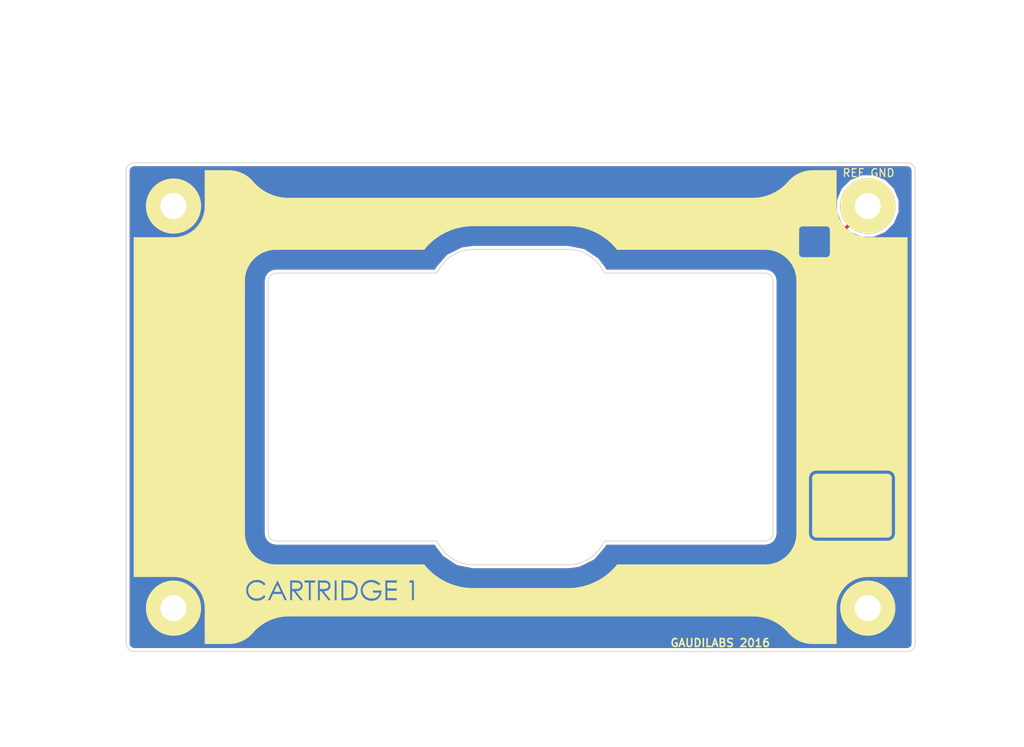
<source format=kicad_pcb>
(kicad_pcb (version 4) (host pcbnew 0.201603210401+6634~43~ubuntu14.04.1-product)

  (general
    (links 4)
    (no_connects 0)
    (area 34.007766 48.363228 163.81431 143.155905)
    (thickness 1.6)
    (drawings 151)
    (tracks 3)
    (zones 0)
    (modules 8)
    (nets 3)
  )

  (page A4)
  (layers
    (0 F.Cu signal)
    (31 B.Cu signal)
    (32 B.Adhes user)
    (33 F.Adhes user)
    (34 B.Paste user)
    (35 F.Paste user)
    (36 B.SilkS user)
    (37 F.SilkS user)
    (38 B.Mask user)
    (39 F.Mask user)
    (40 Dwgs.User user)
    (41 Cmts.User user)
    (42 Eco1.User user)
    (43 Eco2.User user)
    (44 Edge.Cuts user)
    (45 Margin user)
    (46 B.CrtYd user)
    (47 F.CrtYd user)
    (48 B.Fab user)
    (49 F.Fab user)
  )

  (setup
    (last_trace_width 0.25)
    (trace_clearance 0.2)
    (zone_clearance 0.4)
    (zone_45_only no)
    (trace_min 0.2)
    (segment_width 0.2)
    (edge_width 0.2)
    (via_size 0.6)
    (via_drill 0.4)
    (via_min_size 0.4)
    (via_min_drill 0.3)
    (uvia_size 0.3)
    (uvia_drill 0.1)
    (uvias_allowed no)
    (uvia_min_size 0.2)
    (uvia_min_drill 0.1)
    (pcb_text_width 0.3)
    (pcb_text_size 1.5 1.5)
    (mod_edge_width 0.15)
    (mod_text_size 1 1)
    (mod_text_width 0.15)
    (pad_size 5.842 5.842)
    (pad_drill 3.3)
    (pad_to_mask_clearance 0.2)
    (aux_axis_origin 0 0)
    (visible_elements 7FFFFFFF)
    (pcbplotparams
      (layerselection 0x010f0_ffffffff)
      (usegerberextensions false)
      (excludeedgelayer true)
      (linewidth 0.100000)
      (plotframeref false)
      (viasonmask false)
      (mode 1)
      (useauxorigin false)
      (hpglpennumber 1)
      (hpglpenspeed 20)
      (hpglpendiameter 15)
      (psnegative false)
      (psa4output false)
      (plotreference true)
      (plotvalue true)
      (plotinvisibletext false)
      (padsonsilk false)
      (subtractmaskfromsilk false)
      (outputformat 1)
      (mirror false)
      (drillshape 0)
      (scaleselection 1)
      (outputdirectory GREBER/))
  )

  (net 0 "")
  (net 1 GND)
  (net 2 GNDREF)

  (net_class Default "This is the default net class."
    (clearance 0.2)
    (trace_width 0.25)
    (via_dia 0.6)
    (via_drill 0.4)
    (uvia_dia 0.3)
    (uvia_drill 0.1)
    (add_net GND)
  )

  (net_class REF ""
    (clearance 0.2)
    (trace_width 0.4)
    (via_dia 0.6)
    (via_drill 0.4)
    (uvia_dia 0.3)
    (uvia_drill 0.1)
    (add_net GNDREF)
  )

  (module GaudiLabsLogos:CARIER_Silk2 (layer F.Cu) (tedit 5714D9F8) (tstamp 5714AA7D)
    (at 40.6 67.7)
    (fp_text reference G*** (at 12.5 -2.9) (layer F.SilkS) hide
      (effects (font (thickness 0.3)))
    )
    (fp_text value LOGO (at 13.5 -5.9) (layer F.SilkS) hide
      (effects (font (thickness 0.3)))
    )
  )

  (module GaudiLabsFootPrints:MountingHoleRound3mm (layer F.Cu) (tedit 5714DBB4) (tstamp 5714CF15)
    (at 144 74.5)
    (path /5713D45E)
    (fp_text reference "REF GND" (at 0.1 -4.2) (layer F.SilkS)
      (effects (font (size 1 1) (thickness 0.15)))
    )
    (fp_text value MountPad3 (at 1.5 -8.6) (layer F.Fab)
      (effects (font (size 1 1) (thickness 0.15)))
    )
    (pad 1 thru_hole circle (at 0 0) (size 7 7) (drill 3.3) (layers *.Cu *.Mask F.SilkS)
      (net 2 GNDREF))
  )

  (module GaudiLabsFootPrints:MountingHoleRound3mm (layer F.Cu) (tedit 5714DA54) (tstamp 5714CF19)
    (at 56 74.5)
    (path /5713D4E6)
    (fp_text reference X2 (at -9.8 -3.7) (layer Dwgs.User)
      (effects (font (size 1 1) (thickness 0.15)))
    )
    (fp_text value MountPad3 (at 4.6 -8.9) (layer F.Fab)
      (effects (font (size 1 1) (thickness 0.15)))
    )
    (pad 1 thru_hole circle (at 0 0) (size 7 7) (drill 3.3) (layers *.Cu *.Mask F.SilkS)
      (net 1 GND))
  )

  (module GaudiLabsFootPrints:MountingHoleRound3mm (layer F.Cu) (tedit 5714DA5A) (tstamp 5714CF1D)
    (at 56 125.5)
    (path /5713D560)
    (fp_text reference X3 (at -13.1 2.7) (layer Dwgs.User)
      (effects (font (size 1 1) (thickness 0.15)))
    )
    (fp_text value MountPad3 (at -14.5 -5) (layer F.Fab)
      (effects (font (size 1 1) (thickness 0.15)))
    )
    (pad 1 thru_hole circle (at 0 0) (size 7 7) (drill 3.3) (layers *.Cu *.Mask F.SilkS)
      (net 1 GND))
  )

  (module GaudiLabsFootPrints:MountingHoleRound3mm (layer F.Cu) (tedit 5714DA5F) (tstamp 5714CF21)
    (at 144 125.5)
    (path /5713D593)
    (fp_text reference X4 (at 9.5 -1.3) (layer Dwgs.User)
      (effects (font (size 1 1) (thickness 0.15)))
    )
    (fp_text value MountPad3 (at 11.7 -5.2) (layer F.Fab)
      (effects (font (size 1 1) (thickness 0.15)))
    )
    (pad 1 thru_hole circle (at 0 0) (size 7 7) (drill 3.3) (layers *.Cu *.Mask F.SilkS)
      (net 1 GND))
  )

  (module Measurement_Points:Measurement_Point_Round-SMD-Pad_Small (layer F.Cu) (tedit 5714DA7E) (tstamp 5714D4DF)
    (at 132.6 82.4)
    (descr "Mesurement Point, Round, SMD Pad, DM 1.5mm,")
    (tags "Mesurement Point, Round, SMD Pad, DM 1.5mm,")
    (path /5714D097)
    (fp_text reference X5 (at 20.3 -2.9) (layer Dwgs.User)
      (effects (font (size 1 1) (thickness 0.15)))
    )
    (fp_text value MountPad3 (at 22.8 -14.6) (layer F.Fab)
      (effects (font (size 1 1) (thickness 0.15)))
    )
    (pad 1 smd circle (at 0 0) (size 1.524 1.524) (layers F.Cu F.Paste F.Mask)
      (net 2 GNDREF))
  )

  (module Measurement_Points:Measurement_Point_Square-SMD-Pad_Big (layer F.Cu) (tedit 5714DA7B) (tstamp 5714D4E4)
    (at 137.25 79.025)
    (descr "Mesurement Point, Square, SMD Pad,  3mm x 3mm,")
    (tags "Mesurement Point, Square, SMD Pad, 3mm x 3mm,")
    (path /5714D121)
    (fp_text reference X6 (at 16.25 -1.925) (layer Dwgs.User)
      (effects (font (size 1 1) (thickness 0.15)))
    )
    (fp_text value MountPad3 (at 18.85 -8.325) (layer F.Fab)
      (effects (font (size 1 1) (thickness 0.15)))
    )
    (pad 1 smd rect (at 0 0) (size 2.99974 2.99974) (layers F.Cu F.Paste F.Mask)
      (net 2 GNDREF))
  )

  (module GaudiLabsLogos:CARIER_PCB_Silk (layer F.Cu) (tedit 0) (tstamp 5714DB0B)
    (at 100 100)
    (fp_text reference G*** (at 0 0) (layer F.SilkS) hide
      (effects (font (thickness 0.3)))
    )
    (fp_text value LOGO (at 0.75 0) (layer F.SilkS) hide
      (effects (font (thickness 0.3)))
    )
    (fp_poly (pts (xy -38.024525 -29.966422) (xy -37.751796 -29.966075) (xy -37.512343 -29.96535) (xy -37.303207 -29.96413)
      (xy -37.121427 -29.962296) (xy -36.964042 -29.959729) (xy -36.828092 -29.956311) (xy -36.710618 -29.951922)
      (xy -36.608657 -29.946444) (xy -36.519251 -29.939759) (xy -36.439439 -29.931748) (xy -36.36626 -29.922292)
      (xy -36.296754 -29.911272) (xy -36.227961 -29.89857) (xy -36.15692 -29.884067) (xy -36.129116 -29.878144)
      (xy -35.75517 -29.779521) (xy -35.399247 -29.64775) (xy -35.05994 -29.481992) (xy -34.73584 -29.28141)
      (xy -34.425541 -29.045166) (xy -34.127635 -28.772424) (xy -33.939821 -28.575) (xy -33.707298 -28.325907)
      (xy -33.485207 -28.105722) (xy -33.266633 -27.9082) (xy -33.044661 -27.727097) (xy -32.812376 -27.556171)
      (xy -32.808333 -27.553341) (xy -32.411532 -27.299412) (xy -31.993656 -27.076998) (xy -31.558477 -26.887465)
      (xy -31.109764 -26.732181) (xy -30.651286 -26.612513) (xy -30.186814 -26.529829) (xy -29.897812 -26.497765)
      (xy -29.873795 -26.496741) (xy -29.825987 -26.49575) (xy -29.754039 -26.494794) (xy -29.657605 -26.49387)
      (xy -29.536337 -26.49298) (xy -29.389888 -26.492123) (xy -29.217911 -26.491299) (xy -29.020059 -26.490508)
      (xy -28.795983 -26.489749) (xy -28.545338 -26.489023) (xy -28.267776 -26.488329) (xy -27.962949 -26.487667)
      (xy -27.63051 -26.487037) (xy -27.270113 -26.486439) (xy -26.88141 -26.485872) (xy -26.464053 -26.485337)
      (xy -26.017695 -26.484833) (xy -25.54199 -26.48436) (xy -25.03659 -26.483917) (xy -24.501147 -26.483506)
      (xy -23.935315 -26.483125) (xy -23.338746 -26.482774) (xy -22.711093 -26.482454) (xy -22.052009 -26.482163)
      (xy -21.361147 -26.481902) (xy -20.638158 -26.481671) (xy -19.882697 -26.48147) (xy -19.094416 -26.481297)
      (xy -18.272967 -26.481154) (xy -17.418003 -26.48104) (xy -16.529178 -26.480955) (xy -15.606143 -26.480898)
      (xy -14.648552 -26.480869) (xy -13.656058 -26.480869) (xy -12.628312 -26.480897) (xy -11.564969 -26.480953)
      (xy -10.46568 -26.481037) (xy -9.330099 -26.481148) (xy -8.157877 -26.481287) (xy -6.948669 -26.481453)
      (xy -5.702127 -26.481646) (xy -4.417903 -26.481866) (xy -3.09565 -26.482112) (xy -1.735022 -26.482386)
      (xy -0.33567 -26.482685) (xy 0.186189 -26.482801) (xy 30.01551 -26.489507) (xy 30.260494 -26.531306)
      (xy 30.743718 -26.629458) (xy 31.201044 -26.755115) (xy 31.635749 -26.909605) (xy 32.051109 -27.094256)
      (xy 32.4504 -27.310395) (xy 32.8369 -27.55935) (xy 32.889767 -27.596607) (xy 32.982263 -27.663313)
      (xy 33.067564 -27.727033) (xy 33.14891 -27.790788) (xy 33.229544 -27.857596) (xy 33.312708 -27.930479)
      (xy 33.401642 -28.012457) (xy 33.49959 -28.10655) (xy 33.609791 -28.215777) (xy 33.735489 -28.343161)
      (xy 33.879925 -28.491719) (xy 34.046341 -28.664474) (xy 34.133709 -28.755552) (xy 34.41556 -29.021625)
      (xy 34.721422 -29.257716) (xy 35.048521 -29.462464) (xy 35.394085 -29.634505) (xy 35.75534 -29.772476)
      (xy 36.129512 -29.875016) (xy 36.513827 -29.940761) (xy 36.555825 -29.945603) (xy 36.614023 -29.949684)
      (xy 36.70974 -29.95337) (xy 36.841299 -29.956643) (xy 37.007024 -29.959483) (xy 37.205237 -29.96187)
      (xy 37.434263 -29.963785) (xy 37.692423 -29.965208) (xy 37.978042 -29.96612) (xy 38.289443 -29.966501)
      (xy 38.354012 -29.966512) (xy 39.961883 -29.966512) (xy 39.961883 -27.695901) (xy 39.962069 -27.332455)
      (xy 39.962616 -26.990935) (xy 39.963512 -26.673037) (xy 39.964743 -26.380454) (xy 39.966294 -26.114881)
      (xy 39.968153 -25.878011) (xy 39.970305 -25.67154) (xy 39.972738 -25.497161) (xy 39.975437 -25.356569)
      (xy 39.978388 -25.251457) (xy 39.981579 -25.183521) (xy 39.982222 -25.174819) (xy 40.033234 -24.783905)
      (xy 40.121076 -24.403674) (xy 40.244304 -24.036342) (xy 40.401476 -23.684125) (xy 40.591147 -23.349242)
      (xy 40.811876 -23.033907) (xy 41.062219 -22.740338) (xy 41.340733 -22.470751) (xy 41.645975 -22.227363)
      (xy 41.976502 -22.01239) (xy 42.07855 -21.954767) (xy 42.362235 -21.816957) (xy 42.670282 -21.69817)
      (xy 42.990997 -21.602054) (xy 43.312685 -21.53226) (xy 43.532986 -21.500931) (xy 43.584939 -21.497548)
      (xy 43.675553 -21.494455) (xy 43.804291 -21.491654) (xy 43.970619 -21.489151) (xy 44.174 -21.486949)
      (xy 44.413898 -21.485052) (xy 44.689778 -21.483464) (xy 45.001103 -21.482188) (xy 45.347338 -21.48123)
      (xy 45.727947 -21.480593) (xy 46.142394 -21.48028) (xy 46.340509 -21.480247) (xy 48.957716 -21.480247)
      (xy 48.957716 21.480247) (xy 46.340509 21.480247) (xy 45.910956 21.480412) (xy 45.514999 21.480903)
      (xy 45.153174 21.481717) (xy 44.826017 21.482849) (xy 44.534064 21.484297) (xy 44.27785 21.486055)
      (xy 44.057911 21.48812) (xy 43.874783 21.490487) (xy 43.729003 21.493154) (xy 43.621105 21.496116)
      (xy 43.551626 21.499369) (xy 43.532986 21.500932) (xy 43.168609 21.559391) (xy 42.805355 21.654227)
      (xy 42.449103 21.78298) (xy 42.105729 21.943188) (xy 41.781111 22.132391) (xy 41.481125 22.34813)
      (xy 41.450927 22.372521) (xy 41.359891 22.451592) (xy 41.252969 22.551875) (xy 41.13914 22.664284)
      (xy 41.027388 22.779732) (xy 40.926692 22.889133) (xy 40.846035 22.983399) (xy 40.841247 22.989352)
      (xy 40.622855 23.292826) (xy 40.432567 23.620564) (xy 40.272319 23.967645) (xy 40.144046 24.329148)
      (xy 40.049686 24.700153) (xy 39.991174 25.075738) (xy 39.98215 25.172561) (xy 39.978956 25.233053)
      (xy 39.97599 25.330971) (xy 39.973266 25.464543) (xy 39.970798 25.631998) (xy 39.968601 25.831565)
      (xy 39.966689 26.061471) (xy 39.965075 26.319947) (xy 39.963775 26.60522) (xy 39.962802 26.915519)
      (xy 39.96217 27.249073) (xy 39.961895 27.604111) (xy 39.961883 27.695902) (xy 39.961883 29.966513)
      (xy 38.349299 29.966513) (xy 38.045016 29.966395) (xy 37.777221 29.966013) (xy 37.543204 29.965325)
      (xy 37.340256 29.964286) (xy 37.165669 29.962855) (xy 37.016732 29.960988) (xy 36.890736 29.958643)
      (xy 36.784973 29.955776) (xy 36.696734 29.952346) (xy 36.623308 29.948308) (xy 36.561986 29.94362)
      (xy 36.51006 29.938239) (xy 36.502116 29.93727) (xy 36.123195 29.871218) (xy 35.752168 29.76928)
      (xy 35.394319 29.633263) (xy 35.054928 29.464975) (xy 34.957904 29.408709) (xy 34.785592 29.300491)
      (xy 34.626807 29.18988) (xy 34.475104 29.071399) (xy 34.324038 28.939572) (xy 34.167162 28.788923)
      (xy 33.998032 28.613976) (xy 33.907212 28.516066) (xy 33.696627 28.292835) (xy 33.498427 28.096873)
      (xy 33.305137 27.921656) (xy 33.109284 27.760658) (xy 32.903394 27.607354) (xy 32.729939 27.488197)
      (xy 32.319438 27.236471) (xy 31.89837 27.021232) (xy 31.464261 26.841558) (xy 31.014637 26.696528)
      (xy 30.547026 26.58522) (xy 30.113503 26.513743) (xy 30.09947 26.51258) (xy 30.074801 26.51145)
      (xy 30.038966 26.510354) (xy 29.991432 26.50929) (xy 29.931667 26.508259) (xy 29.859139 26.507259)
      (xy 29.773316 26.506291) (xy 29.673667 26.505354) (xy 29.559659 26.504447) (xy 29.43076 26.503571)
      (xy 29.286439 26.502724) (xy 29.126164 26.501906) (xy 28.949402 26.501116) (xy 28.755622 26.500355)
      (xy 28.544291 26.499622) (xy 28.314879 26.498915) (xy 28.066852 26.498236) (xy 27.799679 26.497583)
      (xy 27.512827 26.496956) (xy 27.205766 26.496354) (xy 26.877963 26.495777) (xy 26.528886 26.495225)
      (xy 26.158003 26.494696) (xy 25.764782 26.494192) (xy 25.348691 26.49371) (xy 24.909199 26.493251)
      (xy 24.445773 26.492814) (xy 23.957881 26.492399) (xy 23.444992 26.492006) (xy 22.906573 26.491633)
      (xy 22.342093 26.49128) (xy 21.751019 26.490948) (xy 21.13282 26.490634) (xy 20.486964 26.49034)
      (xy 19.812918 26.490064) (xy 19.110152 26.489807) (xy 18.378132 26.489567) (xy 17.616327 26.489344)
      (xy 16.824205 26.489138) (xy 16.001234 26.488948) (xy 15.146882 26.488773) (xy 14.260617 26.488615)
      (xy 13.341907 26.48847) (xy 12.39022 26.488341) (xy 11.405025 26.488225) (xy 10.385789 26.488123)
      (xy 9.331981 26.488033) (xy 8.243068 26.487957) (xy 7.118518 26.487892) (xy 5.9578 26.487839)
      (xy 4.760381 26.487797) (xy 3.52573 26.487766) (xy 2.253315 26.487745) (xy 0.942604 26.487734)
      (xy 0.0098 26.487732) (xy -1.327813 26.487736) (xy -2.62676 26.48775) (xy -3.887573 26.487774)
      (xy -5.110785 26.487809) (xy -6.296927 26.487854) (xy -7.446531 26.487911) (xy -8.56013 26.487979)
      (xy -9.638254 26.488059) (xy -10.681437 26.488153) (xy -11.690209 26.488259) (xy -12.665104 26.488379)
      (xy -13.606652 26.488513) (xy -14.515386 26.488662) (xy -15.391838 26.488825) (xy -16.23654 26.489004)
      (xy -17.050023 26.489199) (xy -17.83282 26.48941) (xy -18.585463 26.489638) (xy -19.308483 26.489884)
      (xy -20.002413 26.490147) (xy -20.667784 26.490428) (xy -21.305128 26.490728) (xy -21.914978 26.491047)
      (xy -22.497865 26.491386) (xy -23.054321 26.491745) (xy -23.584879 26.492124) (xy -24.090069 26.492524)
      (xy -24.570425 26.492946) (xy -25.026477 26.493389) (xy -25.458759 26.493855) (xy -25.867801 26.494344)
      (xy -26.254136 26.494855) (xy -26.618296 26.495391) (xy -26.960813 26.495951) (xy -27.282219 26.496535)
      (xy -27.583045 26.497145) (xy -27.863824 26.49778) (xy -28.125087 26.498441) (xy -28.367367 26.499129)
      (xy -28.591195 26.499843) (xy -28.797103 26.500585) (xy -28.985624 26.501355) (xy -29.157289 26.502153)
      (xy -29.312631 26.50298) (xy -29.45218 26.503836) (xy -29.57647 26.504721) (xy -29.686032 26.505637)
      (xy -29.781397 26.506584) (xy -29.863099 26.507562) (xy -29.931669 26.508571) (xy -29.987638 26.509612)
      (xy -30.031539 26.510685) (xy -30.063904 26.511792) (xy -30.085265 26.512932) (xy -30.093904 26.513743)
      (xy -30.587511 26.5981) (xy -31.064734 26.717926) (xy -31.525292 26.873111) (xy -31.9689 27.063545)
      (xy -32.395274 27.289117) (xy -32.804131 27.549716) (xy -32.866975 27.593992) (xy -33.086934 27.75849)
      (xy -33.29675 27.931595) (xy -33.503703 28.11991) (xy -33.715073 28.33004) (xy -33.922295 28.551155)
      (xy -34.10574 28.746335) (xy -34.276609 28.914032) (xy -34.442297 29.060487) (xy -34.610201 29.191945)
      (xy -34.787719 29.314647) (xy -34.938305 29.408709) (xy -35.271156 29.586287) (xy -35.624044 29.732134)
      (xy -35.991688 29.844442) (xy -36.368804 29.921404) (xy -36.482516 29.93727) (xy -36.533154 29.942772)
      (xy -36.592736 29.947574) (xy -36.663974 29.951719) (xy -36.749577 29.955248) (xy -36.852256 29.958206)
      (xy -36.974721 29.960636) (xy -37.119682 29.962579) (xy -37.289849 29.964079) (xy -37.487932 29.96518)
      (xy -37.716642 29.965923) (xy -37.978687 29.966352) (xy -38.27678 29.96651) (xy -38.328778 29.966513)
      (xy -39.94044 29.966513) (xy -39.947174 27.531366) (xy -39.948179 27.171893) (xy -39.949127 26.849387)
      (xy -39.950059 26.561618) (xy -39.951016 26.306355) (xy -39.95204 26.081367) (xy -39.953171 25.884425)
      (xy -39.954452 25.713298) (xy -39.955922 25.565756) (xy -39.957624 25.439568) (xy -39.959599 25.332504)
      (xy -39.961887 25.242334) (xy -39.96453 25.166827) (xy -39.96757 25.103752) (xy -39.971047 25.05088)
      (xy -39.975003 25.005979) (xy -39.979478 24.96682) (xy -39.984515 24.931172) (xy -39.990154 24.896805)
      (xy -39.996437 24.861489) (xy -39.996519 24.861034) (xy -40.087993 24.45588) (xy -40.211668 24.071618)
      (xy -40.367172 23.709095) (xy -40.55413 23.369159) (xy -40.651496 23.227825) (xy -34.784498 23.227825)
      (xy -34.780916 23.378237) (xy -34.765793 23.511847) (xy -34.760759 23.538118) (xy -34.70286 23.730485)
      (xy -34.613506 23.91795) (xy -34.499019 24.088788) (xy -34.408676 24.190843) (xy -34.25193 24.326744)
      (xy -34.084746 24.429302) (xy -33.899768 24.50222) (xy -33.700077 24.547537) (xy -33.566486 24.565981)
      (xy -33.452099 24.573125) (xy -33.338698 24.569335) (xy -33.224176 24.557107) (xy -33.000366 24.510157)
      (xy -32.970743 24.498457) (xy -32.041813 24.498457) (xy -31.759799 24.498161) (xy -31.390429 23.714507)
      (xy -30.270233 23.714507) (xy -30.093261 24.101582) (xy -29.916289 24.488658) (xy -29.772366 24.494465)
      (xy -29.696467 24.496019) (xy -29.653631 24.492484) (xy -29.637954 24.482993) (xy -29.638789 24.474867)
      (xy -29.648549 24.453233) (xy -29.673401 24.398949) (xy -29.711994 24.314944) (xy -29.762979 24.204149)
      (xy -29.825005 24.069496) (xy -29.896721 23.913915) (xy -29.976778 23.740336) (xy -30.063824 23.551691)
      (xy -30.156509 23.350911) (xy -30.22208 23.208918) (xy -30.345384 22.942641) (xy -30.453301 22.711127)
      (xy -30.546346 22.513312) (xy -30.625039 22.348133) (xy -30.689895 22.214527) (xy -30.741434 22.111431)
      (xy -30.780171 22.037782) (xy -30.806625 21.992517) (xy -30.821313 21.974572) (xy -30.823071 21.974196)
      (xy -30.835004 21.992165) (xy -30.862089 22.042297) (xy -30.902739 22.12131) (xy -30.955366 22.225925)
      (xy -31.018383 22.352859) (xy -31.090202 22.498834) (xy -31.169236 22.660566) (xy -31.253898 22.834777)
      (xy -31.3426 23.018185) (xy -31.433754 23.207509) (xy -31.525773 23.399469) (xy -31.61707 23.590783)
      (xy -31.706058 23.778171) (xy -31.791148 23.958353) (xy -31.870753 24.128046) (xy -31.943286 24.283972)
      (xy -31.994682 24.395564) (xy -32.041813 24.498457) (xy -29.221759 24.498457) (xy -28.966975 24.498457)
      (xy -28.966975 23.361729) (xy -28.797834 23.361729) (xy -28.348338 23.929353) (xy -27.898842 24.496978)
      (xy -27.734115 24.497718) (xy -27.654656 24.497548) (xy -27.608145 24.495124) (xy -27.58834 24.488893)
      (xy -27.588997 24.477304) (xy -27.599164 24.464159) (xy -27.618062 24.441108) (xy -27.658279 24.391134)
      (xy -27.716787 24.318033) (xy -27.790556 24.225599) (xy -27.876558 24.117627) (xy -27.971761 23.997913)
      (xy -28.052265 23.89655) (xy -28.47559 23.363239) (xy -28.412602 23.35366) (xy -28.355345 23.345769)
      (xy -28.281505 23.336611) (xy -28.245064 23.332411) (xy -28.079644 23.296572) (xy -27.934563 23.230095)
      (xy -27.812986 23.136096) (xy -27.718075 23.017693) (xy -27.652997 22.878002) (xy -27.620915 22.72014)
      (xy -27.62068 22.717391) (xy -27.624814 22.561907) (xy -27.661528 22.414118) (xy -27.727831 22.281304)
      (xy -27.820729 22.170741) (xy -27.858585 22.138943) (xy -27.92588 22.09333) (xy -27.999282 22.056329)
      (xy -28.083457 22.027146) (xy -28.183071 22.004981) (xy -28.302792 21.989039) (xy -28.447286 21.978522)
      (xy -28.621219 21.972634) (xy -28.829258 21.970577) (xy -28.844483 21.970556) (xy -29.221759 21.970216)
      (xy -27.399074 21.970216) (xy -27.399074 22.264198) (xy -26.850308 22.264198) (xy -26.850308 24.498457)
      (xy -26.595524 24.498457) (xy -25.693981 24.498457) (xy -25.439197 24.498457) (xy -25.439197 23.361729)
      (xy -25.355902 23.362102) (xy -25.272608 23.362476) (xy -24.821836 23.930449) (xy -24.371065 24.498423)
      (xy -24.209612 24.49844) (xy -24.04816 24.498457) (xy -24.472076 23.964391) (xy -24.572453 23.838012)
      (xy -24.665985 23.720407) (xy -24.749656 23.615356) (xy -24.820448 23.526639) (xy -24.875348 23.458037)
      (xy -24.911338 23.41333) (xy -24.924519 23.397273) (xy -24.939697 23.374488) (xy -24.92808 23.362608)
      (xy -24.887442 23.354963) (xy -24.760966 23.336389) (xy -24.665353 23.320208) (xy -24.592502 23.304518)
      (xy -24.534315 23.287415) (xy -24.482691 23.266994) (xy -24.452022 23.252614) (xy -24.323588 23.169101)
      (xy -24.219998 23.056006) (xy -24.149263 22.932908) (xy -24.122223 22.866479) (xy -24.106714 22.803464)
      (xy -24.099913 22.728364) (xy -24.098825 22.656173) (xy -24.115035 22.490218) (xy -24.163299 22.346647)
      (xy -24.243942 22.224834) (xy -24.357284 22.124151) (xy -24.380864 22.108428) (xy -24.438135 22.074085)
      (xy -24.494334 22.046654) (xy -24.554905 22.025241) (xy -24.625289 22.00895) (xy -24.710928 21.996886)
      (xy -24.817265 21.988153) (xy -24.949742 21.981856) (xy -25.113801 21.9771) (xy -25.189313 21.975433)
      (xy -25.439965 21.970216) (xy -23.577315 21.970216) (xy -23.577315 24.498457) (xy -23.322531 24.498457)
      (xy -22.714969 24.498457) (xy -22.184976 24.498457) (xy -22.004056 24.497815) (xy -21.857262 24.495739)
      (xy -21.739543 24.492003) (xy -21.645846 24.486381) (xy -21.571119 24.478645) (xy -21.510309 24.468571)
      (xy -21.508384 24.468176) (xy -21.370844 24.433925) (xy -21.258086 24.390965) (xy -21.155774 24.33312)
      (xy -21.095565 24.290311) (xy -20.945482 24.152377) (xy -20.822729 23.98647) (xy -20.727549 23.792951)
      (xy -20.693138 23.694908) (xy -20.674614 23.630523) (xy -20.661851 23.570302) (xy -20.653871 23.504601)
      (xy -20.649695 23.423776) (xy -20.648357 23.318901) (xy -20.277907 23.318901) (xy -20.247093 23.537445)
      (xy -20.216382 23.651191) (xy -20.136998 23.840606) (xy -20.024775 24.018125) (xy -19.88514 24.17843)
      (xy -19.723518 24.316205) (xy -19.545336 24.426135) (xy -19.35602 24.502902) (xy -19.343218 24.506687)
      (xy -19.151335 24.547983) (xy -18.946719 24.567136) (xy -18.743012 24.563803) (xy -18.553854 24.537641)
      (xy -18.511034 24.527645) (xy -18.309921 24.457347) (xy -18.131555 24.355981) (xy -17.977404 24.225399)
      (xy -17.848933 24.067453) (xy -17.747609 23.883993) (xy -17.6749 23.676869) (xy -17.632273 23.447934)
      (xy -17.628796 23.414322) (xy -17.614685 23.263735) (xy -18.716821 23.263735) (xy -18.716821 23.538118)
      (xy -17.888544 23.538118) (xy -17.900205 23.609979) (xy -17.936845 23.73045) (xy -18.004687 23.853459)
      (xy -18.097287 23.970624) (xy -18.208201 24.073566) (xy -18.309389 24.142109) (xy -18.426604 24.200461)
      (xy -18.543916 24.239599) (xy -18.672785 24.26214) (xy -18.82467 24.2707) (xy -18.873611 24.270945)
      (xy -18.98191 24.269154) (xy -19.064423 24.263468) (xy -19.134512 24.251975) (xy -19.205537 24.232761)
      (xy -19.255599 24.216236) (xy -19.435865 24.141442) (xy -19.588004 24.048935) (xy -19.721232 23.932913)
      (xy -19.744554 23.908396) (xy -19.86762 23.749199) (xy -19.955395 23.577434) (xy -20.00709 23.396728)
      (xy -20.021918 23.210709) (xy -19.999091 23.023003) (xy -19.963369 22.90093) (xy -19.878273 22.722021)
      (xy -19.762 22.565648) (xy -19.616631 22.433601) (xy -19.444246 22.327673) (xy -19.246927 22.249652)
      (xy -19.187191 22.232974) (xy -19.064521 22.213388) (xy -18.921793 22.20901) (xy -18.774754 22.219096)
      (xy -18.639153 22.242903) (xy -18.574234 22.261897) (xy -18.361021 22.356031) (xy -18.160262 22.482745)
      (xy -18.108183 22.522927) (xy -17.986388 22.62107) (xy -17.772406 22.407088) (xy -17.935933 22.275749)
      (xy -18.088772 22.165851) (xy -18.252314 22.07093) (xy -18.414708 21.997293) (xy -18.497314 21.970216)
      (xy -17.148919 21.970216) (xy -17.148919 24.498457) (xy -15.698611 24.498457) (xy -15.698611 24.224649)
      (xy -16.291473 24.219462) (xy -16.884336 24.214275) (xy -16.884336 23.293133) (xy -16.290621 23.287945)
      (xy -15.696905 23.282756) (xy -15.702658 23.140954) (xy -15.70841 22.999152) (xy -16.301273 22.993965)
      (xy -16.894135 22.988777) (xy -16.894135 22.264198) (xy -15.698611 22.264198) (xy -15.698611 22.25612)
      (xy -14.169907 22.25612) (xy -14.151692 22.259511) (xy -14.102578 22.262201) (xy -14.030862 22.263848)
      (xy -13.973919 22.264198) (xy -13.777932 22.264198) (xy -13.777932 24.498457) (xy -13.523148 24.498457)
      (xy -13.523148 21.970216) (xy -14.009729 21.970216) (xy -14.089818 22.109129) (xy -14.126803 22.174198)
      (xy -14.154745 22.225108) (xy -14.168996 22.253325) (xy -14.169907 22.25612) (xy -15.698611 22.25612)
      (xy -15.698611 21.970216) (xy -17.148919 21.970216) (xy -18.497314 21.970216) (xy -18.530632 21.959295)
      (xy -18.676173 21.931716) (xy -18.842158 21.917563) (xy -19.012019 21.917357) (xy -19.169186 21.931624)
      (xy -19.20679 21.93793) (xy -19.420637 21.996819) (xy -19.615642 22.087604) (xy -19.78972 22.206746)
      (xy -19.940784 22.350706) (xy -20.066748 22.515944) (xy -20.165529 22.698922) (xy -20.235039 22.8961)
      (xy -20.273193 23.103939) (xy -20.277907 23.318901) (xy -20.648357 23.318901) (xy -20.648347 23.318184)
      (xy -20.648424 23.253936) (xy -20.649512 23.135195) (xy -20.652515 23.045844) (xy -20.658608 22.976083)
      (xy -20.668964 22.916109) (xy -20.684758 22.856123) (xy -20.702953 22.79896) (xy -20.762405 22.654921)
      (xy -20.841983 22.51319) (xy -20.934249 22.385111) (xy -21.031766 22.282026) (xy -21.054621 22.26267)
      (xy -21.194691 22.168126) (xy -21.356736 22.088376) (xy -21.524175 22.031148) (xy -21.578936 22.018286)
      (xy -21.662855 22.005825) (xy -21.783975 21.995019) (xy -21.940333 21.985994) (xy -22.129962 21.978881)
      (xy -22.2201 21.976469) (xy -22.714969 21.964618) (xy -22.714969 24.498457) (xy -23.322531 24.498457)
      (xy -23.322531 21.970216) (xy -23.577315 21.970216) (xy -25.439965 21.970216) (xy -25.693981 21.964929)
      (xy -25.693981 24.498457) (xy -26.595524 24.498457) (xy -26.595524 22.264198) (xy -26.046759 22.264198)
      (xy -26.046759 21.970216) (xy -27.399074 21.970216) (xy -29.221759 21.970216) (xy -29.221759 24.498457)
      (xy -32.041813 24.498457) (xy -32.970743 24.498457) (xy -32.796036 24.429456) (xy -32.609059 24.31396)
      (xy -32.451768 24.177307) (xy -32.386542 24.110715) (xy -32.348949 24.063722) (xy -32.339145 24.027977)
      (xy -32.357284 23.995126) (xy -32.40352 23.956817) (xy -32.456538 23.919613) (xy -32.532561 23.866928)
      (xy -32.655748 23.977603) (xy -32.820044 24.100953) (xy -32.999206 24.192087) (xy -33.188402 24.251069)
      (xy -33.382799 24.277968) (xy -33.577563 24.272851) (xy -33.767863 24.235785) (xy -33.948864 24.166837)
      (xy -34.115736 24.066075) (xy -34.242773 23.955548) (xy -34.365372 23.803185) (xy -34.455102 23.633515)
      (xy -34.511252 23.451643) (xy -34.533111 23.262672) (xy -34.519967 23.071707) (xy -34.471111 22.883854)
      (xy -34.410884 22.748602) (xy -34.315915 22.6084) (xy -34.190365 22.480602) (xy -34.0423 22.371082)
      (xy -33.879788 22.285714) (xy -33.710898 22.230373) (xy -33.694212 22.226766) (xy -33.525754 22.206911)
      (xy -33.345019 22.21129) (xy -33.164463 22.238211) (xy -32.996539 22.285982) (xy -32.881155 22.337265)
      (xy -32.817015 22.377931) (xy -32.740615 22.435128) (xy -32.667133 22.497393) (xy -32.658183 22.505638)
      (xy -32.535858 22.619686) (xy -32.427333 22.537749) (xy -32.318809 22.455812) (xy -32.356191 22.404102)
      (xy -32.447623 22.299968) (xy -32.567184 22.197158) (xy -32.704353 22.10354) (xy -32.848611 22.026983)
      (xy -32.876929 22.014604) (xy -33.05579 21.957068) (xy -33.254637 21.923705) (xy -33.462283 21.914925)
      (xy -33.667542 21.931136) (xy -33.859226 21.972747) (xy -33.876466 21.978081) (xy -34.077638 22.061313)
      (xy -34.262105 22.175631) (xy -34.425458 22.316732) (xy -34.56329 22.480313) (xy -34.671196 22.66207)
      (xy -34.731519 22.812963) (xy -34.759246 22.93147) (xy -34.77709 23.074331) (xy -34.784498 23.227825)
      (xy -40.651496 23.227825) (xy -40.772169 23.05266) (xy -40.82179 22.989352) (xy -40.900454 22.896895)
      (xy -40.999956 22.78845) (xy -41.111275 22.673137) (xy -41.225396 22.560079) (xy -41.333298 22.458396)
      (xy -41.425964 22.377208) (xy -41.43179 22.372411) (xy -41.725927 22.155637) (xy -42.045703 21.964539)
      (xy -42.385142 21.801619) (xy -42.738269 21.669378) (xy -43.099112 21.570318) (xy -43.461694 21.506939)
      (xy -43.513386 21.500932) (xy -43.565339 21.497549) (xy -43.655953 21.494455) (xy -43.784692 21.491655)
      (xy -43.95102 21.489152) (xy -44.154401 21.48695) (xy -44.394299 21.485052) (xy -44.670178 21.483464)
      (xy -44.981504 21.482189) (xy -45.327739 21.481231) (xy -45.708348 21.480594) (xy -46.122795 21.480281)
      (xy -46.320909 21.480247) (xy -48.938117 21.480247) (xy -48.938117 0.003546) (xy -34.984778 0.003546)
      (xy -34.98476 0.700616) (xy -34.984708 1.39656) (xy -34.984621 2.090259) (xy -34.984499 2.780591)
      (xy -34.984342 3.466438) (xy -34.984151 4.146678) (xy -34.983925 4.820192) (xy -34.983664 5.485859)
      (xy -34.983368 6.14256) (xy -34.983038 6.789175) (xy -34.982673 7.424583) (xy -34.982273 8.047665)
      (xy -34.981838 8.657299) (xy -34.981369 9.252367) (xy -34.980864 9.831747) (xy -34.980325 10.394321)
      (xy -34.979752 10.938967) (xy -34.979143 11.464567) (xy -34.9785 11.969998) (xy -34.977822 12.454143)
      (xy -34.977109 12.91588) (xy -34.976361 13.354089) (xy -34.975579 13.767651) (xy -34.974762 14.155444)
      (xy -34.97391 14.51635) (xy -34.973023 14.849248) (xy -34.972102 15.153018) (xy -34.971146 15.426539)
      (xy -34.970155 15.668693) (xy -34.969129 15.878358) (xy -34.968069 16.054414) (xy -34.966973 16.195742)
      (xy -34.965844 16.301221) (xy -34.964679 16.369732) (xy -34.963492 16.40004) (xy -34.90255 16.791551)
      (xy -34.805395 17.170852) (xy -34.673494 17.535822) (xy -34.508317 17.884337) (xy -34.311331 18.214278)
      (xy -34.084004 18.523521) (xy -33.827806 18.809945) (xy -33.544204 19.071428) (xy -33.234666 19.305849)
      (xy -32.900662 19.511085) (xy -32.759336 19.585133) (xy -32.435001 19.730833) (xy -32.108734 19.843864)
      (xy -31.771564 19.926789) (xy -31.414516 19.982168) (xy -31.341249 19.990033) (xy -31.304583 19.991837)
      (xy -31.231418 19.993555) (xy -31.121627 19.995188) (xy -30.975082 19.996735) (xy -30.791657 19.998198)
      (xy -30.571225 19.999576) (xy -30.313659 20.00087) (xy -30.018833 20.00208) (xy -29.686618 20.003206)
      (xy -29.316888 20.004248) (xy -28.909517 20.005207) (xy -28.464377 20.006083) (xy -27.981342 20.006876)
      (xy -27.460284 20.007587) (xy -26.901076 20.008216) (xy -26.303593 20.008763) (xy -25.667706 20.009228)
      (xy -24.993289 20.009611) (xy -24.280215 20.009914) (xy -23.528356 20.010136) (xy -22.737587 20.010277)
      (xy -21.90778 20.010337) (xy -21.687855 20.01034) (xy -12.237424 20.01034) (xy -12.038511 20.241745)
      (xy -11.676394 20.633595) (xy -11.284093 21.002707) (xy -10.86492 21.346705) (xy -10.422185 21.663211)
      (xy -9.959201 21.949847) (xy -9.479278 22.204236) (xy -9.016356 22.411551) (xy -8.615667 22.561288)
      (xy -8.19294 22.692918) (xy -7.757755 22.804253) (xy -7.319693 22.893108) (xy -6.888335 22.957294)
      (xy -6.473263 22.994627) (xy -6.457793 22.995495) (xy -6.429236 22.995989) (xy -6.362961 22.996463)
      (xy -6.260444 22.996915) (xy -6.123166 22.997344) (xy -5.952604 22.997749) (xy -5.750236 22.99813)
      (xy -5.517542 22.998485) (xy -5.256 22.998813) (xy -4.967087 22.999113) (xy -4.652283 22.999384)
      (xy -4.313067 22.999625) (xy -3.950915 22.999835) (xy -3.567308 23.000013) (xy -3.163723 23.000158)
      (xy -2.741639 23.000269) (xy -2.302534 23.000345) (xy -1.847887 23.000384) (xy -1.379177 23.000386)
      (xy -0.897881 23.000349) (xy -0.405478 23.000274) (xy 0.096553 23.000157) (xy 0.137192 23.000146)
      (xy 0.737284 22.999972) (xy 1.29947 22.999786) (xy 1.825042 22.999582) (xy 2.315292 22.999352)
      (xy 2.77151 22.99909) (xy 3.194989 22.99879) (xy 3.58702 22.998443) (xy 3.948894 22.998043)
      (xy 4.281904 22.997582) (xy 4.58734 22.997055) (xy 4.866496 22.996454) (xy 5.120661 22.995772)
      (xy 5.351128 22.995002) (xy 5.559188 22.994138) (xy 5.746133 22.993171) (xy 5.913255 22.992096)
      (xy 6.061844 22.990905) (xy 6.193194 22.989591) (xy 6.308594 22.988148) (xy 6.409338 22.986568)
      (xy 6.496716 22.984845) (xy 6.57202 22.982971) (xy 6.636542 22.98094) (xy 6.691574 22.978745)
      (xy 6.738406 22.976378) (xy 6.77833 22.973832) (xy 6.812639 22.971102) (xy 6.842624 22.968179)
      (xy 6.869576 22.965057) (xy 6.879167 22.963833) (xy 7.453157 22.872098) (xy 8.003879 22.749433)
      (xy 8.532941 22.5952) (xy 9.041951 22.408762) (xy 9.53252 22.189479) (xy 10.006254 21.936713)
      (xy 10.464764 21.649828) (xy 10.808719 21.405073) (xy 11.114964 21.162356) (xy 11.417897 20.897399)
      (xy 11.707194 20.619815) (xy 11.972532 20.339215) (xy 12.05811 20.241745) (xy 12.257024 20.01034)
      (xy 21.707454 20.01034) (xy 22.54733 20.0103) (xy 23.348135 20.01018) (xy 24.109997 20.009979)
      (xy 24.833042 20.009697) (xy 25.517397 20.009334) (xy 26.16319 20.00889) (xy 26.770546 20.008365)
      (xy 27.339594 20.007757) (xy 27.870459 20.007067) (xy 28.36327 20.006295) (xy 28.818152 20.00544)
      (xy 29.235233 20.004503) (xy 29.614639 20.003482) (xy 29.956498 20.002377) (xy 30.260936 20.001189)
      (xy 30.528081 19.999917) (xy 30.758059 19.998561) (xy 30.950998 19.99712) (xy 31.107023 19.995594)
      (xy 31.226263 19.993983) (xy 31.308843 19.992287) (xy 31.354892 19.990505) (xy 31.360848 19.990033)
      (xy 31.72334 19.939671) (xy 32.064171 19.862192) (xy 32.392208 19.755065) (xy 32.716321 19.615757)
      (xy 32.778442 19.585316) (xy 33.119509 19.393501) (xy 33.43869 19.17053) (xy 33.733938 18.918759)
      (xy 34.003206 18.640543) (xy 34.244447 18.338236) (xy 34.455613 18.014195) (xy 34.634656 17.670773)
      (xy 34.779529 17.310326) (xy 34.794363 17.266513) (xy 34.899647 16.894414) (xy 34.968622 16.519496)
      (xy 34.983091 16.40004) (xy 34.98429 16.369225) (xy 34.985455 16.300333) (xy 34.986584 16.194483)
      (xy 34.987679 16.052796) (xy 34.988739 15.876392) (xy 34.989764 15.666391) (xy 34.990755 15.423913)
      (xy 34.991711 15.150079) (xy 34.992632 14.846007) (xy 34.993518 14.512819) (xy 34.99437 14.151634)
      (xy 34.995186 13.763572) (xy 34.995244 13.732353) (xy 36.473232 13.732353) (xy 36.473308 14.074705)
      (xy 36.473516 14.384747) (xy 36.473905 14.664199) (xy 36.474524 14.914783) (xy 36.475422 15.138221)
      (xy 36.476648 15.336235) (xy 36.478253 15.510546) (xy 36.480283 15.662876) (xy 36.48279 15.794947)
      (xy 36.485822 15.908479) (xy 36.489428 16.005195) (xy 36.493657 16.086817) (xy 36.498559 16.155065)
      (xy 36.504182 16.211662) (xy 36.510577 16.258329) (xy 36.517791 16.296788) (xy 36.525874 16.328761)
      (xy 36.534876 16.355968) (xy 36.544845 16.380133) (xy 36.555831 16.402976) (xy 36.567883 16.426218)
      (xy 36.581049 16.451583) (xy 36.586616 16.462662) (xy 36.649908 16.563514) (xy 36.73847 16.669004)
      (xy 36.841519 16.76839) (xy 36.94827 16.850931) (xy 37.017789 16.892116) (xy 37.041623 16.904593)
      (xy 37.062714 16.916152) (xy 37.082565 16.926827) (xy 37.102681 16.936651) (xy 37.124566 16.945659)
      (xy 37.149724 16.953885) (xy 37.179659 16.961362) (xy 37.215875 16.968125) (xy 37.259876 16.974207)
      (xy 37.313167 16.979643) (xy 37.377251 16.984466) (xy 37.453633 16.988711) (xy 37.543816 16.992411)
      (xy 37.649305 16.995601) (xy 37.771604 16.998314) (xy 37.912217 17.000584) (xy 38.072647 17.002445)
      (xy 38.2544 17.003932) (xy 38.45898 17.005078) (xy 38.687889 17.005918) (xy 38.942633 17.006484)
      (xy 39.224716 17.006812) (xy 39.535641 17.006935) (xy 39.876913 17.006887) (xy 40.250036 17.006703)
      (xy 40.656513 17.006415) (xy 41.09785 17.006058) (xy 41.57555 17.005667) (xy 42.029553 17.005318)
      (xy 46.694059 17.001929) (xy 46.811652 16.957268) (xy 46.996435 16.866994) (xy 47.156729 16.746805)
      (xy 47.290443 16.598953) (xy 47.395485 16.425691) (xy 47.461572 16.257176) (xy 47.465966 16.241603)
      (xy 47.469988 16.223666) (xy 47.473655 16.201655) (xy 47.476983 16.173858) (xy 47.479988 16.138566)
      (xy 47.482687 16.094066) (xy 47.485097 16.038648) (xy 47.487233 15.970601) (xy 47.489112 15.888213)
      (xy 47.49075 15.789775) (xy 47.492164 15.673574) (xy 47.49337 15.5379) (xy 47.494385 15.381042)
      (xy 47.495225 15.201289) (xy 47.495906 14.99693) (xy 47.496444 14.766253) (xy 47.496857 14.507549)
      (xy 47.49716 14.219105) (xy 47.49737 13.899212) (xy 47.497504 13.546157) (xy 47.497576 13.15823)
      (xy 47.497605 12.733721) (xy 47.497608 12.494213) (xy 47.497608 8.848843) (xy 47.45385 8.711652)
      (xy 47.373966 8.519788) (xy 47.265906 8.354509) (xy 47.131197 8.217215) (xy 46.971366 8.109311)
      (xy 46.787941 8.032199) (xy 46.68426 8.004846) (xy 46.649467 8.001585) (xy 46.577609 7.998506)
      (xy 46.470816 7.995609) (xy 46.331221 7.992896) (xy 46.160954 7.990364) (xy 45.962146 7.988015)
      (xy 45.73693 7.985849) (xy 45.487436 7.983865) (xy 45.215796 7.982063) (xy 44.924141 7.980444)
      (xy 44.614603 7.979007) (xy 44.289312 7.977753) (xy 43.950401 7.976681) (xy 43.600001 7.975791)
      (xy 43.240243 7.975084) (xy 42.873258 7.974559) (xy 42.501178 7.974217) (xy 42.126134 7.974057)
      (xy 41.750258 7.974079) (xy 41.375681 7.974284) (xy 41.004533 7.974671) (xy 40.638948 7.97524)
      (xy 40.281055 7.975991) (xy 39.932987 7.976925) (xy 39.596875 7.978041) (xy 39.27485 7.97934)
      (xy 38.969043 7.98082) (xy 38.681586 7.982483) (xy 38.41461 7.984328) (xy 38.170247 7.986356)
      (xy 37.950628 7.988565) (xy 37.757884 7.990957) (xy 37.594147 7.993531) (xy 37.461548 7.996287)
      (xy 37.362219 7.999226) (xy 37.29829 8.002346) (xy 37.274461 8.004888) (xy 37.090813 8.063223)
      (xy 36.923556 8.154933) (xy 36.776583 8.276242) (xy 36.653788 8.423372) (xy 36.559063 8.592547)
      (xy 36.502855 8.753418) (xy 36.499201 8.771042) (xy 36.495855 8.79575) (xy 36.492804 8.829202)
      (xy 36.490034 8.873063) (xy 36.487533 8.928993) (xy 36.485287 8.998656) (xy 36.483283 9.083713)
      (xy 36.481509 9.185826) (xy 36.47995 9.306659) (xy 36.478594 9.447873) (xy 36.477428 9.61113)
      (xy 36.476439 9.798093) (xy 36.475613 10.010425) (xy 36.474938 10.249787) (xy 36.474399 10.517841)
      (xy 36.473985 10.816251) (xy 36.473681 11.146677) (xy 36.473476 11.510783) (xy 36.473355 11.910231)
      (xy 36.473306 12.346683) (xy 36.473303 12.494213) (xy 36.473279 12.943828) (xy 36.473239 13.355968)
      (xy 36.473232 13.732353) (xy 34.995244 13.732353) (xy 34.995968 13.349754) (xy 34.996716 12.9113)
      (xy 34.997428 12.44933) (xy 34.998106 11.964963) (xy 34.998749 11.459321) (xy 34.999357 10.933522)
      (xy 34.99993 10.388688) (xy 35.000469 9.825938) (xy 35.000973 9.246392) (xy 35.001442 8.65117)
      (xy 35.001876 8.041393) (xy 35.002276 7.418181) (xy 35.002641 6.782653) (xy 35.002971 6.13593)
      (xy 35.003266 5.479132) (xy 35.003527 4.813379) (xy 35.003753 4.139791) (xy 35.003944 3.459489)
      (xy 35.0041 2.773591) (xy 35.004221 2.083219) (xy 35.004308 1.389492) (xy 35.00436 0.69353)
      (xy 35.004377 -0.003545) (xy 35.00436 -0.700615) (xy 35.004307 -1.39656) (xy 35.00422 -2.090258)
      (xy 35.004098 -2.78059) (xy 35.003942 -3.466437) (xy 35.00375 -4.146677) (xy 35.003524 -4.820191)
      (xy 35.003263 -5.485859) (xy 35.002968 -6.14256) (xy 35.002637 -6.789174) (xy 35.002272 -7.424582)
      (xy 35.001872 -8.047664) (xy 35.001437 -8.657298) (xy 35.000968 -9.252366) (xy 35.000464 -9.831747)
      (xy 34.999925 -10.39432) (xy 34.999351 -10.938967) (xy 34.998742 -11.464566) (xy 34.998099 -11.969998)
      (xy 34.997421 -12.454142) (xy 34.996708 -12.915879) (xy 34.995961 -13.354088) (xy 34.995178 -13.76765)
      (xy 34.994361 -14.155443) (xy 34.993509 -14.516349) (xy 34.992623 -14.849247) (xy 34.991701 -15.153017)
      (xy 34.990745 -15.426538) (xy 34.989754 -15.668692) (xy 34.988729 -15.878357) (xy 34.987668 -16.054413)
      (xy 34.986573 -16.195741) (xy 34.985443 -16.301221) (xy 34.984278 -16.369731) (xy 34.983091 -16.400039)
      (xy 34.921867 -16.7939) (xy 34.824011 -17.176102) (xy 34.69055 -17.544461) (xy 34.522513 -17.896796)
      (xy 34.320927 -18.230924) (xy 34.08682 -18.544663) (xy 33.84867 -18.808296) (xy 33.55646 -19.078087)
      (xy 33.245777 -19.313935) (xy 32.915679 -19.51633) (xy 32.565222 -19.685758) (xy 32.193461 -19.822707)
      (xy 31.799453 -19.927666) (xy 31.610826 -19.965277) (xy 31.594884 -19.967811) (xy 31.575334 -19.970216)
      (xy 31.551141 -19.972496) (xy 31.52127 -19.974655) (xy 31.484687 -19.976697) (xy 31.440356 -19.978627)
      (xy 31.387243 -19.980449) (xy 31.324313 -19.982166) (xy 31.250531 -19.983783) (xy 31.164862 -19.985305)
      (xy 31.066272 -19.986735) (xy 30.953724 -19.988077) (xy 30.826186 -19.989336) (xy 30.682621 -19.990516)
      (xy 30.521995 -19.991621) (xy 30.343273 -19.992655) (xy 30.14542 -19.993622) (xy 29.927402 -19.994527)
      (xy 29.688183 -19.995373) (xy 29.426728 -19.996165) (xy 29.142003 -19.996907) (xy 28.832974 -19.997603)
      (xy 28.498604 -19.998257) (xy 28.137859 -19.998874) (xy 27.749705 -19.999457) (xy 27.333106 -20.000011)
      (xy 26.887027 -20.00054) (xy 26.410435 -20.001048) (xy 25.902293 -20.001539) (xy 25.361567 -20.002018)
      (xy 24.787223 -20.002488) (xy 24.178224 -20.002954) (xy 23.533537 -20.003419) (xy 22.852127 -20.003889)
      (xy 22.132959 -20.004367) (xy 21.841431 -20.004557) (xy 12.256242 -20.010769) (xy 12.073359 -20.226355)
      (xy 11.942674 -20.373562) (xy 11.78865 -20.535762) (xy 11.619635 -20.704876) (xy 11.443978 -20.872824)
      (xy 11.270027 -21.031527) (xy 11.106132 -21.172904) (xy 11.036329 -21.229964) (xy 10.587151 -21.566558)
      (xy 10.125063 -21.867119) (xy 9.648722 -22.132207) (xy 9.156781 -22.362378) (xy 8.647898 -22.558193)
      (xy 8.488516 -22.607176) (xy 35.228781 -22.607176) (xy 35.228781 -19.314583) (xy 35.271161 -19.236188)
      (xy 35.353786 -19.122332) (xy 35.462934 -19.03088) (xy 35.532562 -18.992743) (xy 35.54918 -18.985606)
      (xy 35.567124 -18.979375) (xy 35.589025 -18.973988) (xy 35.617513 -18.969384) (xy 35.655218 -18.965499)
      (xy 35.70477 -18.962273) (xy 35.7688 -18.959643) (xy 35.849938 -18.957547) (xy 35.950815 -18.955924)
      (xy 36.07406 -18.954712) (xy 36.222303 -18.953849) (xy 36.398176 -18.953273) (xy 36.604309 -18.952922)
      (xy 36.843331 -18.952734) (xy 37.117873 -18.952648) (xy 37.237655 -18.952628) (xy 38.854553 -18.952389)
      (xy 38.952689 -18.998089) (xy 39.024301 -19.040257) (xy 39.092563 -19.094364) (xy 39.116831 -19.118964)
      (xy 39.139729 -19.144382) (xy 39.159765 -19.166833) (xy 39.177137 -19.188968) (xy 39.192044 -19.213438)
      (xy 39.204685 -19.242896) (xy 39.21526 -19.279992) (xy 39.223966 -19.327379) (xy 39.231005 -19.387708)
      (xy 39.236573 -19.463631) (xy 39.240871 -19.557799) (xy 39.244097 -19.672864) (xy 39.24645 -19.811477)
      (xy 39.24813 -19.97629) (xy 39.249335 -20.169955) (xy 39.250265 -20.395123) (xy 39.251118 -20.654446)
      (xy 39.251987 -20.919643) (xy 39.253067 -21.219811) (xy 39.253963 -21.483386) (xy 39.254457 -21.712972)
      (xy 39.254333 -21.911175) (xy 39.253374 -22.080598) (xy 39.251361 -22.223846) (xy 39.248077 -22.343523)
      (xy 39.243306 -22.442235) (xy 39.23683 -22.522586) (xy 39.228431 -22.58718) (xy 39.217893 -22.638621)
      (xy 39.204997 -22.679515) (xy 39.189528 -22.712465) (xy 39.171266 -22.740077) (xy 39.149996 -22.764954)
      (xy 39.1255 -22.789702) (xy 39.09756 -22.816925) (xy 39.093342 -22.8211) (xy 39.006263 -22.895554)
      (xy 38.925864 -22.940785) (xy 38.909568 -22.94637) (xy 38.872988 -22.95137) (xy 38.80129 -22.955839)
      (xy 38.69808 -22.959782) (xy 38.566959 -22.963202) (xy 38.411532 -22.966105) (xy 38.235402 -22.968494)
      (xy 38.042173 -22.970374) (xy 37.835449 -22.971749) (xy 37.618832 -22.972623) (xy 37.395926 -22.973)
      (xy 37.170335 -22.972885) (xy 36.945663 -22.972282) (xy 36.725513 -22.971196) (xy 36.513489 -22.96963)
      (xy 36.313193 -22.967588) (xy 36.12823 -22.965076) (xy 35.962204 -22.962097) (xy 35.818717 -22.958656)
      (xy 35.701374 -22.954756) (xy 35.613777 -22.950402) (xy 35.559531 -22.945599) (xy 35.544203 -22.942387)
      (xy 35.465062 -22.896107) (xy 35.382844 -22.826727) (xy 35.310886 -22.746743) (xy 35.271459 -22.686908)
      (xy 35.228781 -22.607176) (xy 8.488516 -22.607176) (xy 8.120726 -22.720209) (xy 7.573922 -22.848984)
      (xy 7.00614 -22.945078) (xy 6.859568 -22.964206) (xy 6.831912 -22.967421) (xy 6.802053 -22.970433)
      (xy 6.768705 -22.973249) (xy 6.73058 -22.975875) (xy 6.68639 -22.978318) (xy 6.634849 -22.980585)
      (xy 6.574668 -22.982682) (xy 6.504562 -22.984616) (xy 6.423242 -22.986394) (xy 6.329421 -22.988021)
      (xy 6.221812 -22.989504) (xy 6.099128 -22.990851) (xy 5.960081 -22.992067) (xy 5.803383 -22.993159)
      (xy 5.627749 -22.994134) (xy 5.431889 -22.994998) (xy 5.214518 -22.995758) (xy 4.974347 -22.996421)
      (xy 4.71009 -22.996993) (xy 4.420459 -22.99748) (xy 4.104167 -22.997889) (xy 3.759926 -22.998227)
      (xy 3.386449 -22.9985) (xy 2.98245 -22.998715) (xy 2.546639 -22.998878) (xy 2.077732 -22.998996)
      (xy 1.574439 -22.999076) (xy 1.035473 -22.999124) (xy 0.459548 -22.999147) (xy 0.0098 -22.999151)
      (xy -0.594243 -22.999143) (xy -1.160376 -22.999114) (xy -1.689885 -22.999059) (xy -2.184059 -22.998969)
      (xy -2.644185 -22.99884) (xy -3.07155 -22.998664) (xy -3.467441 -22.998434) (xy -3.833146 -22.998145)
      (xy -4.169951 -22.997789) (xy -4.479145 -22.99736) (xy -4.762015 -22.996851) (xy -5.019847 -22.996257)
      (xy -5.253929 -22.995569) (xy -5.465549 -22.994783) (xy -5.655993 -22.99389) (xy -5.82655 -22.992885)
      (xy -5.978506 -22.991761) (xy -6.113149 -22.990511) (xy -6.231765 -22.98913) (xy -6.335643 -22.987609)
      (xy -6.42607 -22.985943) (xy -6.504332 -22.984126) (xy -6.571718 -22.98215) (xy -6.629514 -22.980009)
      (xy -6.679008 -22.977696) (xy -6.721487 -22.975206) (xy -6.758238 -22.972531) (xy -6.790549 -22.969664)
      (xy -6.819707 -22.9666) (xy -6.839969 -22.964206) (xy -7.41325 -22.876262) (xy -7.965215 -22.755776)
      (xy -8.497208 -22.602191) (xy -9.010574 -22.414948) (xy -9.506658 -22.193488) (xy -9.986804 -21.937253)
      (xy -10.452358 -21.645685) (xy -10.904663 -21.318225) (xy -11.01673 -21.229964) (xy -11.173186 -21.099284)
      (xy -11.343542 -20.947557) (xy -11.51945 -20.782864) (xy -11.692562 -20.613284) (xy -11.854528 -20.446895)
      (xy -11.997 -20.291779) (xy -12.05376 -20.226355) (xy -12.236643 -20.010769) (xy -21.821832 -20.004557)
      (xy -22.556037 -20.004074) (xy -23.25208 -20.003602) (xy -23.910994 -20.003135) (xy -24.533816 -20.00267)
      (xy -25.12158 -20.002202) (xy -25.67532 -20.001728) (xy -26.196072 -20.001242) (xy -26.684871 -20.000741)
      (xy -27.14275 -20.000221) (xy -27.570746 -19.999677) (xy -27.969893 -19.999106) (xy -28.341226 -19.998503)
      (xy -28.68578 -19.997863) (xy -29.004589 -19.997184) (xy -29.298689 -19.996461) (xy -29.569114 -19.995689)
      (xy -29.816899 -19.994864) (xy -30.043079 -19.993983) (xy -30.24869 -19.993041) (xy -30.434764 -19.992033)
      (xy -30.602339 -19.990957) (xy -30.752448 -19.989807) (xy -30.886126 -19.988579) (xy -31.004409 -19.98727)
      (xy -31.10833 -19.985875) (xy -31.198925 -19.984389) (xy -31.27723 -19.98281) (xy -31.344277 -19.981132)
      (xy -31.401103 -19.979351) (xy -31.448743 -19.977464) (xy -31.48823 -19.975466) (xy -31.520601 -19.973353)
      (xy -31.54689 -19.971121) (xy -31.568131 -19.968766) (xy -31.58536 -19.966283) (xy -31.591226 -19.965277)
      (xy -31.982373 -19.878133) (xy -32.354413 -19.760972) (xy -32.704388 -19.614939) (xy -33.029344 -19.441176)
      (xy -33.161111 -19.357909) (xy -33.486643 -19.119027) (xy -33.783191 -18.854619) (xy -34.049712 -18.566396)
      (xy -34.285164 -18.256069) (xy -34.488502 -17.92535) (xy -34.658684 -17.575951) (xy -34.794669 -17.209582)
      (xy -34.895412 -16.827955) (xy -34.95987 -16.432781) (xy -34.963492 -16.400039) (xy -34.964691 -16.369224)
      (xy -34.965855 -16.300332) (xy -34.966985 -16.194482) (xy -34.96808 -16.052796) (xy -34.96914 -15.876392)
      (xy -34.970165 -15.666391) (xy -34.971156 -15.423913) (xy -34.972111 -15.150078) (xy -34.973033 -14.846006)
      (xy -34.973919 -14.512818) (xy -34.97477 -14.151633) (xy -34.975587 -13.763571) (xy -34.976369 -13.349754)
      (xy -34.977116 -12.911299) (xy -34.977829 -12.449329) (xy -34.978506 -11.964963) (xy -34.979149 -11.45932)
      (xy -34.979758 -10.933521) (xy -34.980331 -10.388687) (xy -34.98087 -9.825937) (xy -34.981374 -9.246391)
      (xy -34.981843 -8.65117) (xy -34.982277 -8.041393) (xy -34.982677 -7.41818) (xy -34.983041 -6.782653)
      (xy -34.983372 -6.13593) (xy -34.983667 -5.479132) (xy -34.983927 -4.813379) (xy -34.984153 -4.139791)
      (xy -34.984344 -3.459488) (xy -34.9845 -2.77359) (xy -34.984622 -2.083218) (xy -34.984709 -1.389491)
      (xy -34.984761 -0.69353) (xy -34.984778 0.003546) (xy -48.938117 0.003546) (xy -48.938117 -21.480247)
      (xy -46.320909 -21.480247) (xy -45.891356 -21.480411) (xy -45.4954 -21.480902) (xy -45.133575 -21.481716)
      (xy -44.806418 -21.482849) (xy -44.514464 -21.484296) (xy -44.25825 -21.486054) (xy -44.038312 -21.488119)
      (xy -43.855184 -21.490487) (xy -43.709404 -21.493153) (xy -43.601506 -21.496115) (xy -43.532027 -21.499368)
      (xy -43.513386 -21.500931) (xy -43.236175 -21.543045) (xy -42.948891 -21.608717) (xy -42.662594 -21.694488)
      (xy -42.388345 -21.796896) (xy -42.137204 -21.912483) (xy -42.052003 -21.958094) (xy -41.70761 -22.172222)
      (xy -41.389542 -22.414249) (xy -41.099144 -22.682753) (xy -40.837761 -22.976314) (xy -40.606741 -23.29351)
      (xy -40.407428 -23.63292) (xy -40.342153 -23.763503) (xy -40.236069 -24.003037) (xy -40.148977 -24.24019)
      (xy -40.077024 -24.487197) (xy -40.016358 -24.75629) (xy -39.996519 -24.861034) (xy -39.990228 -24.896376)
      (xy -39.984582 -24.930741) (xy -39.979538 -24.966359) (xy -39.975055 -25.005461) (xy -39.971093 -25.050276)
      (xy -39.96761 -25.103036) (xy -39.964566 -25.16597) (xy -39.961918 -25.241309) (xy -39.959625 -25.331284)
      (xy -39.957647 -25.438124) (xy -39.955942 -25.564061) (xy -39.954469 -25.711324) (xy -39.953186 -25.882144)
      (xy -39.952053 -26.078751) (xy -39.951028 -26.303376) (xy -39.95007 -26.558249) (xy -39.949138 -26.845601)
      (xy -39.948191 -27.167662) (xy -39.947187 -27.526661) (xy -39.947174 -27.531365) (xy -39.94044 -29.966512)
      (xy -38.333491 -29.966512) (xy -38.024525 -29.966422)) (layer F.SilkS) (width 0.01))
    (fp_poly (pts (xy -30.819958 22.566008) (xy -30.795426 22.609456) (xy -30.760093 22.676927) (xy -30.716754 22.76263)
      (xy -30.668205 22.860776) (xy -30.617243 22.965572) (xy -30.566662 23.071229) (xy -30.519259 23.171955)
      (xy -30.477829 23.26196) (xy -30.445169 23.335453) (xy -30.424074 23.386643) (xy -30.417284 23.409054)
      (xy -30.435928 23.412461) (xy -30.488043 23.415465) (xy -30.567904 23.417908) (xy -30.669784 23.419629)
      (xy -30.787959 23.420468) (xy -30.828858 23.420525) (xy -30.95109 23.42008) (xy -31.058886 23.418835)
      (xy -31.14652 23.416927) (xy -31.208267 23.414493) (xy -31.238401 23.411669) (xy -31.240432 23.410692)
      (xy -31.232321 23.389558) (xy -31.209902 23.339209) (xy -31.176046 23.265661) (xy -31.133624 23.174932)
      (xy -31.085507 23.073038) (xy -31.034566 22.965997) (xy -30.983673 22.859826) (xy -30.935697 22.760541)
      (xy -30.89351 22.674161) (xy -30.859983 22.606701) (xy -30.837987 22.564179) (xy -30.830892 22.552374)
      (xy -30.819958 22.566008)) (layer F.SilkS) (width 0.01))
    (fp_poly (pts (xy -28.579899 22.267396) (xy -28.445226 22.270413) (xy -28.343284 22.273789) (xy -28.267609 22.27824)
      (xy -28.211737 22.284482) (xy -28.169204 22.293233) (xy -28.133544 22.305209) (xy -28.099197 22.320687)
      (xy -27.999208 22.388438) (xy -27.926759 22.477647) (xy -27.885133 22.581567) (xy -27.877608 22.693449)
      (xy -27.888612 22.75383) (xy -27.928728 22.840367) (xy -27.995304 22.923439) (xy -28.076718 22.990995)
      (xy -28.153691 23.028759) (xy -28.200198 23.037495) (xy -28.2786 23.045869) (xy -28.381595 23.053328)
      (xy -28.50188 23.059319) (xy -28.599498 23.062527) (xy -28.966975 23.071974) (xy -28.966975 22.259621)
      (xy -28.579899 22.267396)) (layer F.SilkS) (width 0.01))
    (fp_poly (pts (xy -25.061921 22.268916) (xy -24.895278 22.274497) (xy -24.762578 22.283645) (xy -24.658609 22.298049)
      (xy -24.578163 22.319397) (xy -24.516028 22.349379) (xy -24.466994 22.389683) (xy -24.425852 22.441998)
      (xy -24.400915 22.48317) (xy -24.367585 22.578103) (xy -24.361417 22.685308) (xy -24.381467 22.790471)
      (xy -24.426791 22.879276) (xy -24.427045 22.87961) (xy -24.478354 22.937478) (xy -24.537112 22.982669)
      (xy -24.60855 23.01658) (xy -24.697898 23.040605) (xy -24.810389 23.056142) (xy -24.951253 23.064585)
      (xy -25.125721 23.067331) (xy -25.130517 23.067339) (xy -25.439197 23.067747) (xy -25.439197 22.260041)
      (xy -25.061921 22.268916)) (layer F.SilkS) (width 0.01))
    (fp_poly (pts (xy -22.112307 22.270835) (xy -21.988172 22.276758) (xy -21.867228 22.284955) (xy -21.759237 22.294592)
      (xy -21.673966 22.304831) (xy -21.633633 22.311779) (xy -21.445882 22.369948) (xy -21.2834 22.457632)
      (xy -21.147407 22.573674) (xy -21.03912 22.71692) (xy -20.959757 22.886211) (xy -20.931841 22.978148)
      (xy -20.897442 23.177036) (xy -20.896111 23.368906) (xy -20.926343 23.549868) (xy -20.986638 23.716033)
      (xy -21.075491 23.863512) (xy -21.191401 23.988414) (xy -21.332865 24.086851) (xy -21.366973 24.104427)
      (xy -21.433592 24.133743) (xy -21.503225 24.157101) (xy -21.581946 24.17543) (xy -21.675827 24.18966)
      (xy -21.790942 24.20072) (xy -21.933364 24.20954) (xy -22.10093 24.216744) (xy -22.460185 24.230121)
      (xy -22.460185 22.258031) (xy -22.112307 22.270835)) (layer F.SilkS) (width 0.01))
    (fp_poly (pts (xy 0.035881 -19.999756) (xy 0.039198 -19.99074) (xy 0.023324 -19.973353) (xy 0.0098 -19.971142)
      (xy -0.016282 -19.981724) (xy -0.019598 -19.99074) (xy -0.003724 -20.008128) (xy 0.0098 -20.010339)
      (xy 0.035881 -19.999756)) (layer F.SilkS) (width 0.01))
    (fp_poly (pts (xy 46.689282 8.561977) (xy 46.799842 8.636987) (xy 46.885362 8.74074) (xy 46.922045 8.809645)
      (xy 46.926424 8.820473) (xy 46.93043 8.83404) (xy 46.934081 8.852046) (xy 46.937394 8.876194)
      (xy 46.940384 8.908185) (xy 46.943068 8.94972) (xy 46.945463 9.002501) (xy 46.947586 9.06823)
      (xy 46.949453 9.148609) (xy 46.951081 9.245338) (xy 46.952487 9.360119) (xy 46.953686 9.494654)
      (xy 46.954696 9.650645) (xy 46.955533 9.829792) (xy 46.956214 10.033798) (xy 46.956756 10.264364)
      (xy 46.957174 10.523192) (xy 46.957487 10.811983) (xy 46.95771 11.132438) (xy 46.957859 11.48626)
      (xy 46.957952 11.875149) (xy 46.958006 12.300808) (xy 46.95802 12.494213) (xy 46.958259 16.100386)
      (xy 46.911982 16.199769) (xy 46.869864 16.270701) (xy 46.815766 16.337376) (xy 46.789681 16.362022)
      (xy 46.774892 16.375064) (xy 46.762273 16.387135) (xy 46.750324 16.398269) (xy 46.737547 16.408505)
      (xy 46.722442 16.417879) (xy 46.703509 16.426428) (xy 46.679249 16.434189) (xy 46.648162 16.441199)
      (xy 46.608749 16.447496) (xy 46.559511 16.453115) (xy 46.498947 16.458093) (xy 46.425559 16.462469)
      (xy 46.337846 16.466278) (xy 46.23431 16.469558) (xy 46.113451 16.472345) (xy 45.973769 16.474677)
      (xy 45.813765 16.47659) (xy 45.63194 16.478122) (xy 45.426793 16.479308) (xy 45.196826 16.480187)
      (xy 44.940539 16.480796) (xy 44.656432 16.48117) (xy 44.343006 16.481347) (xy 43.998761 16.481364)
      (xy 43.622199 16.481258) (xy 43.211819 16.481065) (xy 42.766122 16.480824) (xy 42.283608 16.48057)
      (xy 41.98218 16.48043) (xy 41.562382 16.480185) (xy 41.15254 16.479823) (xy 40.754409 16.47935)
      (xy 40.369744 16.478771) (xy 40.000302 16.478095) (xy 39.647838 16.477326) (xy 39.314108 16.476472)
      (xy 39.000868 16.475538) (xy 38.709874 16.474531) (xy 38.442882 16.473458) (xy 38.201647 16.472325)
      (xy 37.987925 16.471138) (xy 37.803473 16.469903) (xy 37.650045 16.468627) (xy 37.529398 16.467317)
      (xy 37.443287 16.465978) (xy 37.393468 16.464618) (xy 37.381352 16.463718) (xy 37.259858 16.415893)
      (xy 37.155236 16.337581) (xy 37.074402 16.2356) (xy 37.024272 16.116763) (xy 37.022618 16.110186)
      (xy 37.019723 16.084234) (xy 37.017105 16.03082) (xy 37.014761 15.949106) (xy 37.012688 15.838255)
      (xy 37.010882 15.697431) (xy 37.00934 15.525798) (xy 37.008057 15.322517) (xy 37.007031 15.086753)
      (xy 37.006257 14.817668) (xy 37.005732 14.514426) (xy 37.005452 14.17619) (xy 37.005414 13.802123)
      (xy 37.005615 13.391388) (xy 37.006049 12.943149) (xy 37.006715 12.456569) (xy 37.006732 12.445216)
      (xy 37.007422 12.005557) (xy 37.008085 11.603385) (xy 37.00874 11.236993) (xy 37.009408 10.904669)
      (xy 37.010109 10.604707) (xy 37.010862 10.335394) (xy 37.011688 10.095024) (xy 37.012607 9.881885)
      (xy 37.013638 9.69427) (xy 37.014801 9.530468) (xy 37.016118 9.38877) (xy 37.017607 9.267466)
      (xy 37.019288 9.164849) (xy 37.021182 9.079207) (xy 37.023309 9.008833) (xy 37.025688 8.952016)
      (xy 37.02834 8.907047) (xy 37.031285 8.872217) (xy 37.034542 8.845816) (xy 37.038132 8.826136)
      (xy 37.042074 8.811466) (xy 37.046389 8.800098) (xy 37.049455 8.793566) (xy 37.125492 8.682661)
      (xy 37.231566 8.590629) (xy 37.284016 8.559004) (xy 37.365047 8.515664) (xy 46.596065 8.515664)
      (xy 46.689282 8.561977)) (layer F.SilkS) (width 0.01))
  )

  (gr_text "GAUDILABS 2016\n" (at 125.3 129.9) (layer F.SilkS)
    (effects (font (size 1 1) (thickness 0.2)))
  )
  (gr_arc (start 106 85) (end 110.330127 82.5) (angle -60) (layer Edge.Cuts) (width 0.1) (tstamp 5714C7C5))
  (gr_arc (start 94 115) (end 89.669873 117.5) (angle -60) (layer Edge.Cuts) (width 0.1) (tstamp 5714C7B9))
  (gr_arc (start 131 84) (end 132 84) (angle -90) (layer Edge.Cuts) (width 0.1) (tstamp 5714C7C6))
  (gr_arc (start 94 85) (end 94 80) (angle -60) (layer Edge.Cuts) (width 0.1) (tstamp 5714C7C0))
  (gr_arc (start 69 84) (end 69 83) (angle -90) (layer Edge.Cuts) (width 0.1) (tstamp 5714C7BF))
  (gr_arc (start 69 116) (end 68 116) (angle -90) (layer Edge.Cuts) (width 0.1) (tstamp 5714C7BA))
  (gr_arc (start 106 115) (end 106 120) (angle -60) (layer Edge.Cuts) (width 0.1) (tstamp 5714C7B8))
  (gr_arc (start 131 116) (end 131 117) (angle -90) (layer Edge.Cuts) (width 0.1) (tstamp 5714C7B7))
  (gr_line (start 68 84) (end 68 116) (layer Edge.Cuts) (width 0.1) (tstamp 5714C7AC))
  (gr_line (start 89.381198 83) (end 89.669873 82.5) (layer Edge.Cuts) (width 0.1) (tstamp 5714C7AB))
  (gr_line (start 94 80) (end 106 80) (layer Edge.Cuts) (width 0.1) (tstamp 5714C7AA))
  (gr_line (start 69 83) (end 89.381198 83) (layer Edge.Cuts) (width 0.1) (tstamp 5714C7A3))
  (gr_line (start 110.618802 83) (end 110.330127 82.5) (layer Edge.Cuts) (width 0.1) (tstamp 5714C79F))
  (gr_line (start 132 84) (end 132 116) (layer Edge.Cuts) (width 0.1) (tstamp 5714C79E))
  (gr_line (start 131 83) (end 110.618802 83) (layer Edge.Cuts) (width 0.1) (tstamp 5714C79D))
  (gr_line (start 110.618802 117) (end 110.330127 117.5) (layer Edge.Cuts) (width 0.1) (tstamp 5714C797))
  (gr_line (start 131 117) (end 110.618802 117) (layer Edge.Cuts) (width 0.1) (tstamp 5714C796))
  (gr_line (start 94 120) (end 106 120) (layer Edge.Cuts) (width 0.1) (tstamp 5714C792))
  (gr_line (start 89.381198 117) (end 89.669873 117.5) (layer Edge.Cuts) (width 0.1) (tstamp 5714C791))
  (gr_line (start 69 117) (end 89.381198 117) (layer Edge.Cuts) (width 0.1) (tstamp 5714C790))
  (gr_line (start 122 89) (end 122 111) (layer Dwgs.User) (width 0.1))
  (gr_line (start 69 117) (end 89.381198 117) (layer F.Mask) (width 0.1))
  (gr_line (start 89.381198 117) (end 89.669873 117.5) (layer F.Mask) (width 0.1))
  (gr_line (start 94 120) (end 106 120) (layer F.Mask) (width 0.1))
  (gr_line (start 78 111) (end 122 111) (layer Dwgs.User) (width 0.1))
  (gr_line (start 78 89) (end 78 111) (layer Dwgs.User) (width 0.1))
  (gr_line (start 78 89) (end 122 89) (layer Dwgs.User) (width 0.1))
  (gr_line (start 139.248871 77.529671) (end 139.248871 80.529671) (layer F.SilkS) (width 0.1))
  (gr_line (start 135.748871 81.029671) (end 138.748871 81.029671) (layer F.SilkS) (width 0.1))
  (gr_line (start 135.248871 77.529671) (end 135.248871 80.529671) (layer F.SilkS) (width 0.1))
  (gr_line (start 131 117) (end 110.618802 117) (layer F.Mask) (width 0.1))
  (gr_line (start 135.748871 77.029671) (end 138.748871 77.029671) (layer F.SilkS) (width 0.1))
  (gr_line (start 147 109) (end 147 116) (layer F.SilkS) (width 0.1))
  (gr_line (start 137.5 116.5) (end 146.5 116.5) (layer F.SilkS) (width 0.1))
  (gr_line (start 137 109) (end 137 116) (layer F.SilkS) (width 0.1))
  (gr_line (start 137.5 108.5) (end 146.5 108.5) (layer F.SilkS) (width 0.1))
  (gr_line (start 110.618802 117) (end 110.330127 117.5) (layer F.Mask) (width 0.1))
  (gr_line (start 136.5 109) (end 136.5 116) (layer F.SilkS) (width 0.1))
  (gr_line (start 144 121.5) (end 149 121.5) (layer F.SilkS) (width 0.1))
  (gr_line (start 140 125.5) (end 140 130) (layer F.SilkS) (width 0.1))
  (gr_line (start 60 125.5) (end 60 130) (layer F.SilkS) (width 0.1))
  (gr_line (start 56 121.5) (end 51 121.5) (layer F.SilkS) (width 0.1))
  (gr_line (start 140 74.5) (end 140 70) (layer F.SilkS) (width 0.1))
  (gr_line (start 144 78.5) (end 149 78.5) (layer F.SilkS) (width 0.1))
  (gr_line (start 69 80) (end 87.755002 80) (layer F.SilkS) (width 0.1))
  (gr_line (start 94 77) (end 106 77) (layer F.SilkS) (width 0.1))
  (gr_line (start 131 80) (end 112.244998 80) (layer F.SilkS) (width 0.1))
  (gr_line (start 135 84) (end 135 116) (layer F.SilkS) (width 0.1))
  (gr_line (start 131 120) (end 112.244998 120) (layer F.SilkS) (width 0.1))
  (gr_line (start 137.5 117) (end 146.5 117) (layer F.SilkS) (width 0.1))
  (gr_line (start 150 70) (end 150 130) (layer Edge.Cuts) (width 0.1))
  (gr_line (start 147.5 109) (end 147.5 116) (layer F.SilkS) (width 0.1))
  (gr_line (start 131 83) (end 110.618802 83) (layer F.Mask) (width 0.1))
  (gr_line (start 132 84) (end 132 116) (layer F.Mask) (width 0.1))
  (gr_line (start 110.618802 83) (end 110.330127 82.5) (layer F.Mask) (width 0.1))
  (gr_line (start 94 123) (end 106 123) (layer F.SilkS) (width 0.1))
  (gr_line (start 69 120) (end 87.755002 120) (layer F.SilkS) (width 0.1))
  (gr_line (start 65 84) (end 65 116) (layer F.SilkS) (width 0.1))
  (gr_line (start 56 78.5) (end 51 78.5) (layer F.SilkS) (width 0.1))
  (gr_line (start 66.015183 71.371564) (end 66.077153 71.442653) (layer F.SilkS) (width 0.1))
  (gr_line (start 60 70) (end 63 70) (layer F.SilkS) (width 0.1))
  (gr_line (start 51 78.5) (end 51 121.5) (layer F.SilkS) (width 0.1))
  (gr_line (start 60 130) (end 63 130) (layer F.SilkS) (width 0.1))
  (gr_line (start 66.077153 128.557347) (end 66.015183 128.628436) (layer F.SilkS) (width 0.1))
  (gr_line (start 70.599927 126.5) (end 129.400073 126.5) (layer F.SilkS) (width 0.1))
  (gr_line (start 133.922847 128.557347) (end 133.984817 128.628436) (layer F.SilkS) (width 0.1))
  (gr_line (start 140 130) (end 137 130) (layer F.SilkS) (width 0.1))
  (gr_line (start 149 78.5) (end 149 121.5) (layer F.SilkS) (width 0.1))
  (gr_line (start 69 83) (end 89.381198 83) (layer F.Mask) (width 0.1))
  (gr_line (start 140 70) (end 137 70) (layer F.SilkS) (width 0.1))
  (gr_line (start 133.984817 71.371564) (end 133.922847 71.442653) (layer F.SilkS) (width 0.1))
  (gr_line (start 60 74.5) (end 60 70) (layer F.SilkS) (width 0.1))
  (gr_line (start 70.599927 73.5) (end 129.400073 73.5) (layer F.SilkS) (width 0.1))
  (gr_line (start 69 81) (end 88.255437 81) (layer F.Mask) (width 0.1))
  (gr_line (start 94 78) (end 106 78) (layer F.Mask) (width 0.1))
  (gr_line (start 131 81) (end 111.744563 81) (layer F.Mask) (width 0.1))
  (gr_line (start 134 84) (end 134 116) (layer F.Mask) (width 0.1))
  (gr_line (start 131 119) (end 111.744563 119) (layer F.Mask) (width 0.1))
  (gr_line (start 94 122) (end 106 122) (layer F.Mask) (width 0.1))
  (gr_line (start 94 80) (end 106 80) (layer F.Mask) (width 0.1))
  (gr_line (start 89.381198 83) (end 89.669873 82.5) (layer F.Mask) (width 0.1))
  (gr_line (start 68 84) (end 68 116) (layer F.Mask) (width 0.1))
  (gr_line (start 69 119) (end 88.255437 119) (layer F.Mask) (width 0.1))
  (gr_line (start 66 84) (end 66 116) (layer F.Mask) (width 0.1))
  (gr_line (start 137.5 108) (end 146.5 108) (layer F.SilkS) (width 0.1))
  (gr_line (start 50 70) (end 50 130) (layer Edge.Cuts) (width 0.1))
  (gr_line (start 51 131) (end 149 131) (layer Edge.Cuts) (width 0.1))
  (gr_line (start 34.057767 100) (end 163.764309 100) (layer Dwgs.User) (width 0.1))
  (gr_line (start 100 48.413229) (end 100 143.105904) (layer Dwgs.User) (width 0.1))
  (gr_line (start 149 69) (end 51 69) (layer Edge.Cuts) (width 0.1))
  (gr_arc (start 138.748871 77.529671) (end 139.248871 77.529671) (angle -90) (layer F.SilkS) (width 0.1))
  (gr_arc (start 135.748871 80.529671) (end 135.248871 80.529671) (angle -90) (layer F.SilkS) (width 0.1))
  (gr_arc (start 135.748871 77.529671) (end 135.748871 77.029671) (angle -90) (layer F.SilkS) (width 0.1))
  (gr_arc (start 138.748871 80.529671) (end 138.748871 81.029671) (angle -90) (layer F.SilkS) (width 0.1))
  (gr_arc (start 146.5 116) (end 146.5 116.5) (angle -90) (layer F.SilkS) (width 0.1))
  (gr_arc (start 146.5 109) (end 147 109) (angle -90) (layer F.SilkS) (width 0.1))
  (gr_arc (start 137.5 109) (end 137.5 108.5) (angle -90) (layer F.SilkS) (width 0.1))
  (gr_arc (start 137.5 116) (end 137 116) (angle -90) (layer F.SilkS) (width 0.1))
  (gr_arc (start 144 125.5) (end 144 121.5) (angle -90) (layer F.SilkS) (width 0.1))
  (gr_arc (start 56 125.5) (end 60 125.5) (angle -90) (layer F.SilkS) (width 0.1))
  (gr_arc (start 144 74.5) (end 140 74.5) (angle -90) (layer F.SilkS) (width 0.1))
  (gr_arc (start 69 84) (end 69 80) (angle -90) (layer F.SilkS) (width 0.1))
  (gr_arc (start 94 85) (end 94 77) (angle -51.3) (layer F.SilkS) (width 0.1))
  (gr_arc (start 106 85) (end 112.244998 80) (angle -51.3) (layer F.SilkS) (width 0.1))
  (gr_arc (start 131 84) (end 135 84) (angle -90) (layer F.SilkS) (width 0.1))
  (gr_arc (start 131 116) (end 131 120) (angle -90) (layer F.SilkS) (width 0.1))
  (gr_arc (start 106 115) (end 106 123) (angle -51.3) (layer F.SilkS) (width 0.1))
  (gr_arc (start 94 115) (end 87.755002 120) (angle -51.3) (layer F.SilkS) (width 0.1))
  (gr_arc (start 69 116) (end 65 116) (angle -90) (layer F.SilkS) (width 0.1))
  (gr_arc (start 56 74.5) (end 56 78.5) (angle -90) (layer F.SilkS) (width 0.1))
  (gr_arc (start 70.599927 67.5) (end 66.077153 71.442653) (angle -48.9) (layer F.SilkS) (width 0.1))
  (gr_arc (start 63 74) (end 66.015183 71.371564) (angle -48.9) (layer F.SilkS) (width 0.1))
  (gr_circle (center 51 70) (end 51 70) (layer Dwgs.User) (width 0.1))
  (gr_circle (center 51 130) (end 51 130) (layer Dwgs.User) (width 0.1))
  (gr_arc (start 63 126) (end 63 130) (angle -48.9) (layer F.SilkS) (width 0.1))
  (gr_arc (start 70.599927 132.5) (end 70.599927 126.5) (angle -48.9) (layer F.SilkS) (width 0.1))
  (gr_arc (start 129.400073 132.5) (end 133.922847 128.557347) (angle -48.9) (layer F.SilkS) (width 0.1))
  (gr_circle (center 56 125.5) (end 57.6 125.5) (layer Dwgs.User) (width 0.1))
  (gr_arc (start 131 116) (end 131 117) (angle -90) (layer F.Mask) (width 0.1))
  (gr_arc (start 106 115) (end 106 120) (angle -60) (layer F.Mask) (width 0.1))
  (gr_arc (start 51 130) (end 50 130) (angle -90) (layer Edge.Cuts) (width 0.1))
  (gr_arc (start 137 126) (end 133.984817 128.628436) (angle -48.9) (layer F.SilkS) (width 0.1))
  (gr_circle (center 149 130) (end 149 130) (layer Dwgs.User) (width 0.1))
  (gr_circle (center 149 70) (end 149 70) (layer Dwgs.User) (width 0.1))
  (gr_arc (start 137 74) (end 137 70) (angle -48.9) (layer F.SilkS) (width 0.1))
  (gr_arc (start 94 115) (end 89.669873 117.5) (angle -60) (layer F.Mask) (width 0.1))
  (gr_arc (start 69 116) (end 68 116) (angle -90) (layer F.Mask) (width 0.1))
  (gr_arc (start 129.400073 67.5) (end 129.400073 73.5) (angle -48.9) (layer F.SilkS) (width 0.1))
  (gr_arc (start 69 84) (end 69 81) (angle -90) (layer F.Mask) (width 0.1))
  (gr_arc (start 149 130) (end 149 131) (angle -90) (layer Edge.Cuts) (width 0.1))
  (gr_arc (start 94 85) (end 94 78) (angle -55.1) (layer F.Mask) (width 0.1))
  (gr_circle (center 144 125.5) (end 145.6 125.5) (layer Dwgs.User) (width 0.1))
  (gr_arc (start 149 70) (end 150 70) (angle -90) (layer Edge.Cuts) (width 0.1))
  (gr_arc (start 106 85) (end 111.744563 81) (angle -55.1) (layer F.Mask) (width 0.1))
  (gr_arc (start 131 84) (end 134 84) (angle -90) (layer F.Mask) (width 0.1))
  (gr_arc (start 69 84) (end 69 83) (angle -90) (layer F.Mask) (width 0.1))
  (gr_arc (start 137.5 109) (end 137.5 108) (angle -90) (layer F.SilkS) (width 0.1))
  (gr_arc (start 137.5 116) (end 136.5 116) (angle -90) (layer F.SilkS) (width 0.1))
  (gr_arc (start 94 85) (end 94 80) (angle -60) (layer F.Mask) (width 0.1))
  (gr_arc (start 131 116) (end 131 119) (angle -90) (layer F.Mask) (width 0.1))
  (gr_arc (start 106 115) (end 106 122) (angle -55.1) (layer F.Mask) (width 0.1))
  (gr_arc (start 94 115) (end 88.255437 119) (angle -55.1) (layer F.Mask) (width 0.1))
  (gr_arc (start 69 116) (end 66 116) (angle -90) (layer F.Mask) (width 0.1))
  (gr_arc (start 51 70) (end 51 69) (angle -90) (layer Edge.Cuts) (width 0.1))
  (gr_arc (start 106 85) (end 110.330127 82.5) (angle -60) (layer F.Mask) (width 0.1))
  (gr_arc (start 146.5 116) (end 146.5 117) (angle -90) (layer F.SilkS) (width 0.1))
  (gr_arc (start 146.5 109) (end 147.5 109) (angle -90) (layer F.SilkS) (width 0.1))
  (gr_circle (center 144 74.5) (end 145.6 74.5) (layer Dwgs.User) (width 0.1))
  (gr_arc (start 131 84) (end 132 84) (angle -90) (layer F.Mask) (width 0.1))
  (gr_circle (center 56 74.5) (end 57.6 74.5) (layer Dwgs.User) (width 0.1))

  (segment (start 132.49 82.48) (end 135.97 79) (width 0.4) (layer F.Cu) (net 2))
  (segment (start 135.97 79) (end 139.5 79) (width 0.4) (layer F.Cu) (net 2) (tstamp 5714D4F9))
  (segment (start 139.5 79) (end 144 74.5) (width 0.4) (layer F.Cu) (net 2) (tstamp 5714D4FA))

  (zone (net 0) (net_name "") (layer F.Mask) (tstamp 5714ABD6) (hatch edge 0.508)
    (connect_pads (clearance 0.4))
    (min_thickness 0.01)
    (fill yes (arc_segments 16) (thermal_gap 0.508) (thermal_bridge_width 0.508))
    (polygon
      (pts
        (xy 107.5 78.15) (xy 108.7 78.55) (xy 109.7 79.05) (xy 110.55 79.65) (xy 111 80.1)
        (xy 111.5 80.65) (xy 111.75 81) (xy 131.25 81) (xy 131.6 81.05) (xy 132.4 81.35)
        (xy 132.95 81.7) (xy 133.45 82.2) (xy 133.8 82.8) (xy 134 83.45) (xy 134 116.15)
        (xy 133.9 116.85) (xy 133.4 117.85) (xy 132.85 118.4) (xy 132.1 118.8) (xy 131.45 119)
        (xy 111.75 119) (xy 111.55 119.3) (xy 110.7 120.2) (xy 109.75 120.95) (xy 108.55 121.55)
        (xy 107.45 121.85) (xy 106.5 122) (xy 93.75 122) (xy 92.75 121.9) (xy 91.4 121.5)
        (xy 90.6 121.15) (xy 90.1 120.8) (xy 89.35 120.25) (xy 88.95 119.9) (xy 88.65 119.55)
        (xy 88.4 119.2) (xy 88.25 119) (xy 68.95 119) (xy 68.4 118.95) (xy 67.9 118.8)
        (xy 67.25 118.45) (xy 66.65 117.9) (xy 66.2 117.2) (xy 66.1 116.8) (xy 66 116.3)
        (xy 66 84) (xy 66.1 83.2) (xy 66.5 82.35) (xy 66.75 82) (xy 67.4 81.45)
        (xy 68.35 81.05) (xy 68.85 81) (xy 88.25 81) (xy 88.7 80.45) (xy 89.5 79.65)
        (xy 90.35 79.05) (xy 91.2 78.6) (xy 92.1 78.25) (xy 93.1 78.05) (xy 93.9 78)
        (xy 106.1 78) (xy 107.5 78.15)
      )
    )
    (polygon
      (pts        (xy 93.6 80) (xy 92.5 80.2) (xy 91.6 80.6) (xy 91.483333 80.683333) (xy 91.35 80.75)
        (xy 90.95 81.064286) (xy 90.9 81.1) (xy 90.85 81.142857) (xy 90.65 81.3) (xy 90.55 81.4)
        (xy 90.2 81.7) (xy 89.8 82.3) (xy 89.7 82.475) (xy 89.55 82.7) (xy 89.4 83)
        (xy 68.85 83) (xy 68.732143 83.053571) (xy 68.5 83.1) (xy 68.391667 83.208333) (xy 68.3 83.25)
        (xy 68.133333 83.55) (xy 68.1 83.6) (xy 68.095455 83.618182) (xy 68.05 83.7) (xy 68.016667 83.933333)
        (xy 68 84) (xy 68 116.05) (xy 68.1 116.45) (xy 68.3 116.75) (xy 68.65 116.95)
        (xy 69 117) (xy 89.4 117) (xy 89.85 117.8) (xy 90.042857 118.014286) (xy 90.1 118.1)
        (xy 90.6 118.7) (xy 91.02 119) (xy 91.2 119.15) (xy 91.8 119.5) (xy 92.75 119.85)
        (xy 92.812195 119.860976) (xy 92.9 119.9) (xy 93.175 119.925) (xy 93.6 120) (xy 106.3 120)
        (xy 106.542857 119.957143) (xy 107 119.9) (xy 108.2 119.5) (xy 108.340741 119.411111) (xy 108.6 119.3)
        (xy 109.3 118.8) (xy 109.45 118.625) (xy 109.75 118.35) (xy 110.35 117.5) (xy 110.65 117)
        (xy 131.1 117) (xy 131.4 116.9) (xy 131.442857 116.871429) (xy 131.5 116.85) (xy 131.625 116.75)
        (xy 131.7 116.7) (xy 131.9 116.5) (xy 131.93 116.38) (xy 131.95 116.35) (xy 131.975 116.2)
        (xy 132 116.1) (xy 132 83.8) (xy 131.9 83.6) (xy 131.85 83.45) (xy 131.81 83.42)
        (xy 131.8 83.4) (xy 131.4 83.1) (xy 131.15 83.0375) (xy 131.05 83) (xy 110.6 83)
        (xy 110.4 82.6) (xy 110.12 82.2) (xy 110 82) (xy 109.915385 81.907692) (xy 109.7 81.6)
        (xy 108.6 80.7) (xy 108.15 80.5) (xy 107.75 80.3) (xy 106.75 80.05) (xy 106.55 80.034615)
        (xy 106.4 80) (xy 93.6 80)
      )
    )
    (filled_polygon
      (pts
        (xy 107.498935 78.154915) (xy 108.69808 78.55463) (xy 109.697425 79.054303) (xy 110.546763 79.653835) (xy 110.99639 80.103462)
        (xy 111.496101 80.653144) (xy 111.745931 81.002906) (xy 111.747353 81.004242) (xy 111.75 81.005) (xy 131.249643 81.005)
        (xy 131.598753 81.054873) (xy 132.39776 81.3545) (xy 132.946849 81.703921) (xy 133.446009 82.203081) (xy 133.795391 82.802021)
        (xy 133.995 83.450752) (xy 133.995 116.149643) (xy 133.895165 116.848491) (xy 133.395892 117.847036) (xy 132.846989 118.395939)
        (xy 132.098069 118.795363) (xy 131.449248 118.995) (xy 111.75 118.995) (xy 111.748087 118.995381) (xy 111.746464 118.996464)
        (xy 111.74584 118.997226) (xy 111.546074 119.296875) (xy 110.696614 120.196303) (xy 109.747306 120.945757) (xy 108.548209 121.545306)
        (xy 107.448948 121.845104) (xy 106.499606 121.995) (xy 93.750248 121.995) (xy 92.750968 121.895072) (xy 91.401721 121.495295)
        (xy 90.602458 121.145617) (xy 90.102927 120.795946) (xy 89.353133 120.246097) (xy 88.95356 119.89647) (xy 88.653943 119.546917)
        (xy 88.404069 119.197094) (xy 88.404 119.197) (xy 88.254 118.997) (xy 88.252547 118.995698) (xy 88.25 118.995)
        (xy 68.950222 118.995) (xy 68.400956 118.945067) (xy 67.901921 118.795356) (xy 67.252922 118.445895) (xy 66.653856 117.896751)
        (xy 66.204652 117.197989) (xy 66.104879 116.798899) (xy 66.005 116.299504) (xy 66.005 84.000308) (xy 66.005038 84)
        (xy 67.995 84) (xy 67.995 116.05) (xy 67.995149 116.051213) (xy 68.095149 116.451213) (xy 68.09584 116.452774)
        (xy 68.29584 116.752774) (xy 68.297519 116.754341) (xy 68.647519 116.954341) (xy 68.649293 116.95495) (xy 68.999293 117.00495)
        (xy 69 117.005) (xy 89.397076 117.005) (xy 89.845642 117.802451) (xy 89.846284 117.803345) (xy 90.038897 118.01736)
        (xy 90.09584 118.102774) (xy 90.096159 118.103201) (xy 90.596159 118.703201) (xy 90.597094 118.704069) (xy 91.016944 119.003962)
        (xy 91.196799 119.153841) (xy 91.197481 119.154319) (xy 91.797481 119.504319) (xy 91.798271 119.504692) (xy 92.748271 119.854692)
        (xy 92.749131 119.854924) (xy 92.810724 119.865794) (xy 92.897969 119.904569) (xy 92.899547 119.904979) (xy 93.174332 119.929959)
        (xy 93.599131 120.004924) (xy 93.6 120.005) (xy 106.3 120.005) (xy 106.300869 120.004924) (xy 106.543612 119.962087)
        (xy 107.00062 119.904961) (xy 107.001581 119.904743) (xy 108.201581 119.504743) (xy 108.20267 119.504227) (xy 108.343071 119.415553)
        (xy 108.60197 119.304596) (xy 108.602906 119.304069) (xy 109.302906 118.804069) (xy 109.303796 118.803254) (xy 109.453597 118.628486)
        (xy 109.753379 118.353686) (xy 109.754085 118.352883) (xy 110.354085 117.502883) (xy 110.354287 117.502572) (xy 110.65283 117.005)
        (xy 131.1 117.005) (xy 131.101581 117.004743) (xy 131.401581 116.904743) (xy 131.402773 116.90416) (xy 131.445148 116.87591)
        (xy 131.501756 116.854682) (xy 131.503123 116.853904) (xy 131.627948 116.754044) (xy 131.702774 116.70416) (xy 131.703536 116.703536)
        (xy 131.903536 116.503536) (xy 131.904851 116.501213) (xy 131.934641 116.382052) (xy 131.95416 116.352774) (xy 131.954932 116.350822)
        (xy 131.979899 116.201023) (xy 132.004851 116.101213) (xy 132.005 116.1) (xy 132.005 83.8) (xy 132.004472 83.797764)
        (xy 131.90463 83.59808) (xy 131.854743 83.448419) (xy 131.853777 83.446724) (xy 131.853 83.446) (xy 131.813944 83.416708)
        (xy 131.804472 83.397764) (xy 131.803 83.396) (xy 131.403 83.096) (xy 131.401213 83.095149) (xy 131.15149 83.032718)
        (xy 131.051756 82.995318) (xy 131.05 82.995) (xy 110.60309 82.995) (xy 110.404472 82.597764) (xy 110.404096 82.597133)
        (xy 110.124194 82.197273) (xy 110.004287 81.997428) (xy 110.003686 81.996621) (xy 109.919289 81.904551) (xy 109.704096 81.597133)
        (xy 109.703166 81.59613) (xy 108.603166 80.69613) (xy 108.602031 80.695431) (xy 108.15213 80.495475) (xy 107.752236 80.295528)
        (xy 107.751213 80.295149) (xy 106.751213 80.045149) (xy 106.750383 80.045015) (xy 106.55076 80.029659) (xy 106.401124 79.995128)
        (xy 106.4 79.995) (xy 93.6 79.995) (xy 93.599106 79.995081) (xy 92.499106 80.195081) (xy 92.497969 80.195431)
        (xy 91.597969 80.595431) (xy 91.597094 80.595931) (xy 91.480744 80.679037) (xy 91.347764 80.745528) (xy 91.346911 80.746068)
        (xy 90.946999 81.060285) (xy 90.897094 81.095931) (xy 90.896746 81.096204) (xy 90.846835 81.138985) (xy 90.646911 81.296068)
        (xy 90.646464 81.296464) (xy 90.546592 81.396336) (xy 90.196746 81.696204) (xy 90.19584 81.697226) (xy 89.79584 82.297226)
        (xy 89.795659 82.297519) (xy 89.695745 82.472368) (xy 89.54584 82.697226) (xy 89.545528 82.697764) (xy 89.39691 82.995)
        (xy 68.85 82.995) (xy 68.847931 82.995448) (xy 68.730598 83.048781) (xy 68.499019 83.095097) (xy 68.496464 83.096464)
        (xy 68.388771 83.204157) (xy 68.297931 83.245448) (xy 68.296347 83.246586) (xy 68.295629 83.247572) (xy 68.129057 83.547401)
        (xy 68.09584 83.597227) (xy 68.095149 83.598787) (xy 68.090764 83.616331) (xy 68.045629 83.697572) (xy 68.04505 83.699293)
        (xy 68.011754 83.932369) (xy 67.995149 83.998787) (xy 67.995 84) (xy 66.005038 84) (xy 66.104862 83.20141)
        (xy 66.504331 82.352539) (xy 66.753706 82.003414) (xy 67.402647 81.45431) (xy 68.351246 81.0549) (xy 68.850248 81.005)
        (xy 88.25 81.005) (xy 88.251913 81.004619) (xy 88.25387 81.003166) (xy 88.703708 80.453364) (xy 89.503237 79.653835)
        (xy 90.352622 79.054269) (xy 91.202082 78.604555) (xy 92.101405 78.254818) (xy 93.100652 78.054969) (xy 93.900152 78.005)
        (xy 106.099728 78.005)
      )
    )
  )
  (zone (net 1) (net_name GND) (layer F.Cu) (tstamp 5714C62A) (hatch edge 0.508)
    (connect_pads (clearance 0.4))
    (min_thickness 0.2)
    (fill yes (arc_segments 16) (thermal_gap 0.3) (thermal_bridge_width 3))
    (polygon
      (pts
        (xy 50.95 69) (xy 149.05 69) (xy 149.45 69.15) (xy 149.65 69.25) (xy 149.9 69.6)
        (xy 150 69.95) (xy 150 130.1) (xy 149.9 130.4) (xy 149.75 130.65) (xy 149.5 130.85)
        (xy 149.15 131) (xy 149.05 131) (xy 51 131) (xy 50.55 130.9) (xy 50.25 130.65)
        (xy 50.05 130.35) (xy 50 130) (xy 50 69.95) (xy 50.1 69.55) (xy 50.4 69.2)
        (xy 50.85 69) (xy 50.95 69)
      )
    )
    (polygon
      (pts        (xy 112.28 79.95) (xy 130.93 79.95) (xy 131.81 80.03) (xy 132.68 80.31) (xy 133.44 80.77)
        (xy 133.98 81.25) (xy 134.5 81.94) (xy 134.81 82.6) (xy 135.03 83.43) (xy 135.05 83.85)
        (xy 135.05 115.99) (xy 134.9 117.11) (xy 134.66 117.71) (xy 134.15 118.55) (xy 133.53 119.16)
        (xy 132.83 119.63) (xy 131.91 119.96) (xy 131.07 120.05) (xy 112.27 120.05) (xy 112.06 120.29)
        (xy 111.36 121.01) (xy 110.72 121.52) (xy 110.03 121.97) (xy 109.26 122.35) (xy 108.29 122.72)
        (xy 107.42 122.93) (xy 106.36 123.03) (xy 105.95 123.04) (xy 93.83 123.04) (xy 92.73 122.94)
        (xy 91.96 122.78) (xy 90.61 122.31) (xy 89.68 121.79) (xy 88.8 121.14) (xy 88.11 120.48)
        (xy 87.72 120.04) (xy 68.8 120.04) (xy 68.17 119.95) (xy 67.41 119.73) (xy 66.82 119.41)
        (xy 66.14 118.86) (xy 65.61 118.22) (xy 65.32 117.68) (xy 65.03 116.82) (xy 64.95 115.93)
        (xy 64.97 83.84) (xy 65.01 83.26) (xy 65.28 82.43) (xy 65.65 81.73) (xy 66.19 81.08)
        (xy 67.04 80.46) (xy 67.83 80.12) (xy 68.84 79.96) (xy 87.77 79.94) (xy 88.44 79.18)
        (xy 89.32 78.45) (xy 90.76 77.64) (xy 91.78 77.27) (xy 92.62 77.08) (xy 93.41 76.97)
        (xy 94.09 76.96) (xy 105.91 76.95) (xy 107.06 77.02) (xy 108.32 77.29) (xy 109.69 77.85)
        (xy 110.55 78.36) (xy 111.75 79.35) (xy 112.23 79.9)
      )
    )
    (filled_polygon
      (pts
        (xy 149.168085 69.594209) (xy 149.31058 69.689421) (xy 149.405791 69.831916) (xy 149.45 70.05417) (xy 149.45 129.94583)
        (xy 149.405791 130.168084) (xy 149.31058 130.310579) (xy 149.168085 130.405791) (xy 148.94583 130.45) (xy 51.05417 130.45)
        (xy 50.831916 130.405791) (xy 50.689421 130.31058) (xy 50.594209 130.168085) (xy 50.55 129.94583) (xy 50.55 129.045974)
        (xy 54.433925 129.045974) (xy 54.945004 129.3339) (xy 56.492481 129.445791) (xy 57.054996 129.3339) (xy 57.566075 129.045974)
        (xy 142.433925 129.045974) (xy 142.945004 129.3339) (xy 144.492481 129.445791) (xy 145.054996 129.3339) (xy 145.566075 129.045974)
        (xy 144 127.479899) (xy 142.433925 129.045974) (xy 57.566075 129.045974) (xy 56 127.479899) (xy 54.433925 129.045974)
        (xy 50.55 129.045974) (xy 50.55 125.992481) (xy 52.054209 125.992481) (xy 52.1661 126.554996) (xy 52.454026 127.066075)
        (xy 54.020101 125.5) (xy 57.979899 125.5) (xy 59.545974 127.066075) (xy 59.8339 126.554996) (xy 59.874572 125.992481)
        (xy 140.054209 125.992481) (xy 140.1661 126.554996) (xy 140.454026 127.066075) (xy 142.020101 125.5) (xy 145.979899 125.5)
        (xy 147.545974 127.066075) (xy 147.8339 126.554996) (xy 147.945791 125.007519) (xy 147.8339 124.445004) (xy 147.545974 123.933925)
        (xy 145.979899 125.5) (xy 142.020101 125.5) (xy 140.454026 123.933925) (xy 140.1661 124.445004) (xy 140.054209 125.992481)
        (xy 59.874572 125.992481) (xy 59.945791 125.007519) (xy 59.8339 124.445004) (xy 59.545974 123.933925) (xy 57.979899 125.5)
        (xy 54.020101 125.5) (xy 52.454026 123.933925) (xy 52.1661 124.445004) (xy 52.054209 125.992481) (xy 50.55 125.992481)
        (xy 50.55 121.954026) (xy 54.433925 121.954026) (xy 56 123.520101) (xy 57.566075 121.954026) (xy 57.054996 121.6661)
        (xy 55.507519 121.554209) (xy 54.945004 121.6661) (xy 54.433925 121.954026) (xy 50.55 121.954026) (xy 50.55 115.929938)
        (xy 64.85 115.929938) (xy 64.850402 115.938953) (xy 64.930402 116.828953) (xy 64.935242 116.851953) (xy 65.225242 117.711953)
        (xy 65.231901 117.727313) (xy 65.521901 118.267313) (xy 65.532981 118.283781) (xy 66.062981 118.923781) (xy 66.077113 118.937751)
        (xy 66.757113 119.487751) (xy 66.772324 119.497903) (xy 67.362324 119.817903) (xy 67.382194 119.826056) (xy 68.142194 120.046056)
        (xy 68.155858 120.048995) (xy 68.785858 120.138995) (xy 68.8 120.14) (xy 87.675008 120.14) (xy 88.035165 120.546331)
        (xy 88.040878 120.552264) (xy 88.730878 121.212264) (xy 88.740587 121.220437) (xy 89.620587 121.870437) (xy 89.631197 121.877283)
        (xy 90.561197 122.397283) (xy 90.577121 122.40444) (xy 91.927121 122.87444) (xy 91.939655 122.877909) (xy 92.709655 123.037909)
        (xy 92.720946 123.039589) (xy 93.820946 123.139589) (xy 93.83 123.14) (xy 105.95 123.14) (xy 105.952438 123.13997)
        (xy 106.362438 123.12997) (xy 106.369392 123.129558) (xy 107.429392 123.029558) (xy 107.443464 123.027208) (xy 108.313464 122.817208)
        (xy 108.32564 122.813434) (xy 109.29564 122.443434) (xy 109.304255 122.439674) (xy 110.074255 122.059674) (xy 110.084627 122.053761)
        (xy 110.237554 121.954026) (xy 142.433925 121.954026) (xy 144 123.520101) (xy 145.566075 121.954026) (xy 145.054996 121.6661)
        (xy 143.507519 121.554209) (xy 142.945004 121.6661) (xy 142.433925 121.954026) (xy 110.237554 121.954026) (xy 110.774627 121.603761)
        (xy 110.78232 121.598206) (xy 111.42232 121.088206) (xy 111.431699 121.079708) (xy 112.131699 120.359708) (xy 112.135258 120.35585)
        (xy 112.315377 120.15) (xy 131.07 120.15) (xy 131.080653 120.149431) (xy 131.920653 120.059431) (xy 131.943763 120.054128)
        (xy 132.863763 119.724128) (xy 132.885743 119.713022) (xy 133.585743 119.243022) (xy 133.600133 119.231283) (xy 134.220133 118.621283)
        (xy 134.235479 118.601898) (xy 134.745479 117.761898) (xy 134.752848 117.747139) (xy 134.992848 117.147139) (xy 134.999115 117.123274)
        (xy 135.149115 116.003274) (xy 135.15 115.99) (xy 135.15 83.85) (xy 135.149887 83.845243) (xy 135.129887 83.425243)
        (xy 135.126662 83.404379) (xy 134.906662 82.574379) (xy 134.900513 82.557486) (xy 134.590513 81.897486) (xy 134.579861 81.879815)
        (xy 134.365103 81.594847) (xy 135.272645 80.687305) (xy 135.279141 80.71996) (xy 135.38965 80.88535) (xy 135.55504 80.995859)
        (xy 135.75013 81.034665) (xy 138.74987 81.034665) (xy 138.94496 80.995859) (xy 139.11035 80.88535) (xy 139.220859 80.71996)
        (xy 139.259665 80.52487) (xy 139.259665 79.7) (xy 139.5 79.7) (xy 139.767879 79.646716) (xy 139.994975 79.494975)
        (xy 141.666114 77.823836) (xy 141.731223 77.889058) (xy 143.20086 78.499305) (xy 144.792159 78.500693) (xy 146.262858 77.893013)
        (xy 147.389058 76.768777) (xy 147.999305 75.29914) (xy 148.000693 73.707841) (xy 147.393013 72.237142) (xy 146.268777 71.110942)
        (xy 144.79914 70.500695) (xy 143.207841 70.499307) (xy 141.737142 71.106987) (xy 140.610942 72.231223) (xy 140.000695 73.70086)
        (xy 139.999307 75.292159) (xy 140.606987 76.762858) (xy 140.677028 76.833022) (xy 139.259665 78.250385) (xy 139.259665 77.52513)
        (xy 139.220859 77.33004) (xy 139.11035 77.16465) (xy 138.94496 77.054141) (xy 138.74987 77.015335) (xy 135.75013 77.015335)
        (xy 135.55504 77.054141) (xy 135.38965 77.16465) (xy 135.279141 77.33004) (xy 135.240335 77.52513) (xy 135.240335 78.739715)
        (xy 133.36957 80.61048) (xy 132.73178 80.22445) (xy 132.710636 80.214809) (xy 131.840636 79.934809) (xy 131.819054 79.930411)
        (xy 130.939054 79.850411) (xy 130.93 79.85) (xy 112.321422 79.85) (xy 112.3031 79.831678) (xy 111.825342 79.284247)
        (xy 111.813638 79.272863) (xy 110.613638 78.282863) (xy 110.601008 78.273987) (xy 109.741008 77.763987) (xy 109.727837 77.757435)
        (xy 108.357837 77.197435) (xy 108.340953 77.19222) (xy 107.080953 76.92222) (xy 107.066076 76.920185) (xy 105.916076 76.850185)
        (xy 105.909915 76.85) (xy 94.089915 76.86) (xy 94.08853 76.860011) (xy 93.40853 76.870011) (xy 93.396209 76.870956)
        (xy 92.606209 76.980956) (xy 92.597938 76.982464) (xy 91.757938 77.172464) (xy 91.7459 77.175994) (xy 90.7259 77.545994)
        (xy 90.710974 77.552842) (xy 89.270974 78.362842) (xy 89.256154 78.373035) (xy 88.376154 79.103035) (xy 88.364987 79.11387)
        (xy 87.724804 79.840048) (xy 68.839894 79.86) (xy 68.824354 79.861232) (xy 67.814354 80.021232) (xy 67.790468 80.028146)
        (xy 67.000468 80.368146) (xy 66.98107 80.379209) (xy 66.13107 80.999209) (xy 66.113081 81.016098) (xy 65.573081 81.666098)
        (xy 65.561591 81.683269) (xy 65.191591 82.383269) (xy 65.184905 82.399065) (xy 64.914905 83.229065) (xy 64.910237 83.25312)
        (xy 64.870237 83.83312) (xy 64.87 83.839938) (xy 64.85 115.929938) (xy 50.55 115.929938) (xy 50.55 78.045974)
        (xy 54.433925 78.045974) (xy 54.945004 78.3339) (xy 56.492481 78.445791) (xy 57.054996 78.3339) (xy 57.566075 78.045974)
        (xy 56 76.479899) (xy 54.433925 78.045974) (xy 50.55 78.045974) (xy 50.55 74.992481) (xy 52.054209 74.992481)
        (xy 52.1661 75.554996) (xy 52.454026 76.066075) (xy 54.020101 74.5) (xy 57.979899 74.5) (xy 59.545974 76.066075)
        (xy 59.8339 75.554996) (xy 59.945791 74.007519) (xy 59.8339 73.445004) (xy 59.545974 72.933925) (xy 57.979899 74.5)
        (xy 54.020101 74.5) (xy 52.454026 72.933925) (xy 52.1661 73.445004) (xy 52.054209 74.992481) (xy 50.55 74.992481)
        (xy 50.55 70.954026) (xy 54.433925 70.954026) (xy 56 72.520101) (xy 57.566075 70.954026) (xy 57.054996 70.6661)
        (xy 55.507519 70.554209) (xy 54.945004 70.6661) (xy 54.433925 70.954026) (xy 50.55 70.954026) (xy 50.55 70.05417)
        (xy 50.594209 69.831915) (xy 50.689421 69.68942) (xy 50.831916 69.594209) (xy 51.05417 69.55) (xy 148.94583 69.55)
      )
    )
  )
  (zone (net 2) (net_name GNDREF) (layer F.Cu) (tstamp 5714CF76) (hatch edge 0.508)
    (connect_pads yes (clearance 0.4))
    (min_thickness 0.1)
    (fill yes (arc_segments 16) (thermal_gap 0.3) (thermal_bridge_width 3))
    (polygon
      (pts
        (xy 111.78 80.94) (xy 131.2 80.97) (xy 132 81.11) (xy 132.79 81.51) (xy 133.26 81.95)
        (xy 133.66 82.51) (xy 133.96 83.25) (xy 134.05 83.7) (xy 134.05 83.97) (xy 134.05 116.04)
        (xy 134.01 116.53) (xy 133.82 117.16) (xy 133.58 117.61) (xy 133.11 118.21) (xy 132.73 118.51)
        (xy 132.14 118.83) (xy 131.55 119.01) (xy 131.15 119.05) (xy 111.76 119.05) (xy 110.96 120.05)
        (xy 110.17 120.69) (xy 109.05 121.35) (xy 107.93 121.81) (xy 106.58 122.05) (xy 105.59 122.06)
        (xy 93.91 122.05) (xy 92.95 121.97) (xy 91.86 121.71) (xy 90.74 121.25) (xy 89.78 120.66)
        (xy 88.9 119.9) (xy 88.34 119.23) (xy 88.23 119.05) (xy 69.08 119.05) (xy 68.27 118.97)
        (xy 67.63 118.76) (xy 66.88 118.22) (xy 66.37 117.6) (xy 66.05 116.83) (xy 65.92 116.17)
        (xy 65.94 104.46) (xy 65.94 83.8) (xy 66.02 83.32) (xy 66.27 82.62) (xy 66.58 82.13)
        (xy 67.02 81.68) (xy 67.49 81.35) (xy 68.15 81.07) (xy 68.73 80.95) (xy 88.24 80.92)
        (xy 88.87 80.18) (xy 89.65 79.44) (xy 90.73 78.76) (xy 91.62 78.35) (xy 92.82 78.05)
        (xy 93.85 77.94) (xy 96.63 77.94) (xy 106.05 77.94) (xy 107.16 78.04) (xy 108.11 78.27)
        (xy 109.16 78.69) (xy 109.93 79.14) (xy 110.79 79.82) (xy 111.52 80.61)
      )
    )
    (filled_polygon
      (pts
        (xy 107.151828 78.089466) (xy 108.094752 78.317753) (xy 109.137981 78.735044) (xy 109.90174 79.181397) (xy 110.75593 79.856803)
        (xy 111.481934 80.642479) (xy 111.740725 80.970944) (xy 111.755557 80.983618) (xy 111.779923 80.99) (xy 131.195617 81.019993)
        (xy 131.984053 81.15797) (xy 132.761043 81.551382) (xy 133.2222 81.983103) (xy 133.615882 82.534259) (xy 133.911894 83.264422)
        (xy 134 83.704951) (xy 134 116.037966) (xy 133.960598 116.520644) (xy 133.773558 117.140829) (xy 133.53794 117.582613)
        (xy 133.074326 118.17446) (xy 132.70239 118.468094) (xy 132.120589 118.783647) (xy 131.540123 118.960738) (xy 131.147505 119)
        (xy 111.76 119) (xy 111.740866 119.003806) (xy 111.720957 119.018765) (xy 110.924331 120.014547) (xy 110.141414 120.648809)
        (xy 109.027695 121.305108) (xy 107.915966 121.761711) (xy 106.575337 122.000045) (xy 105.589812 122.01) (xy 93.912097 122.000002)
        (xy 92.957927 121.920488) (xy 91.875389 121.662268) (xy 90.762735 121.205284) (xy 89.809623 120.619518) (xy 88.935759 119.864817)
        (xy 88.380736 119.200771) (xy 88.272664 119.023927) (xy 88.259439 119.009585) (xy 88.241732 119.001396) (xy 88.23 119)
        (xy 69.082464 119) (xy 68.280376 118.920781) (xy 67.652938 118.714903) (xy 66.914487 118.183219) (xy 66.413326 117.573965)
        (xy 66.09809 116.815427) (xy 65.970008 116.165167) (xy 65.99 104.460085) (xy 65.99 84) (xy 67.5 84)
        (xy 67.5 116) (xy 67.509607 116.048298) (xy 67.509607 116.097545) (xy 67.585727 116.480228) (xy 67.660385 116.660468)
        (xy 67.877158 116.984892) (xy 68.015108 117.122842) (xy 68.339532 117.339615) (xy 68.519772 117.414273) (xy 68.902455 117.490393)
        (xy 68.951702 117.490393) (xy 69 117.5) (xy 89.092522 117.5) (xy 89.23686 117.75) (xy 89.258608 117.774798)
        (xy 89.273196 117.804381) (xy 90.067789 118.839915) (xy 90.129061 118.893649) (xy 90.186681 118.951269) (xy 91.808798 120.035133)
        (xy 91.989038 120.109791) (xy 93.902455 120.490393) (xy 93.951702 120.490393) (xy 94 120.5) (xy 106 120.5)
        (xy 106.032351 120.493565) (xy 106.065263 120.495722) (xy 107.359358 120.325351) (xy 107.436526 120.299156) (xy 107.515239 120.278065)
        (xy 109.264947 119.415205) (xy 109.264951 119.415204) (xy 109.419727 119.29644) (xy 110.706047 117.829673) (xy 110.73067 117.787025)
        (xy 110.76314 117.75) (xy 110.907478 117.5) (xy 131 117.5) (xy 131.048298 117.490393) (xy 131.097545 117.490393)
        (xy 131.480228 117.414273) (xy 131.660468 117.339615) (xy 131.984892 117.122842) (xy 132.122842 116.984892) (xy 132.339615 116.660468)
        (xy 132.414273 116.480228) (xy 132.490393 116.097545) (xy 132.490393 116.048298) (xy 132.5 116) (xy 132.5 84)
        (xy 132.490393 83.951702) (xy 132.490393 83.902455) (xy 132.414273 83.519772) (xy 132.339615 83.339532) (xy 132.122842 83.015108)
        (xy 131.984892 82.877158) (xy 131.660468 82.660385) (xy 131.480228 82.585727) (xy 131.097545 82.509607) (xy 131.048298 82.509607)
        (xy 131 82.5) (xy 110.907477 82.5) (xy 110.76314 82.25) (xy 110.741392 82.225202) (xy 110.726804 82.195619)
        (xy 109.932211 81.160085) (xy 109.870943 81.106354) (xy 109.813319 81.048731) (xy 108.191202 79.964867) (xy 108.010962 79.890209)
        (xy 106.097545 79.509607) (xy 106.048298 79.509607) (xy 106 79.5) (xy 94 79.5) (xy 93.967649 79.506435)
        (xy 93.934737 79.504278) (xy 92.640642 79.674649) (xy 92.563476 79.700843) (xy 92.484761 79.721935) (xy 90.735053 80.584795)
        (xy 90.735049 80.584796) (xy 90.580273 80.70356) (xy 89.293953 82.170327) (xy 89.269331 82.212974) (xy 89.23686 82.25)
        (xy 89.092523 82.5) (xy 69 82.5) (xy 68.951702 82.509607) (xy 68.902455 82.509607) (xy 68.519772 82.585727)
        (xy 68.339532 82.660385) (xy 68.015108 82.877158) (xy 67.877158 83.015108) (xy 67.660385 83.339532) (xy 67.585727 83.519772)
        (xy 67.509607 83.902455) (xy 67.509607 83.951702) (xy 67.5 84) (xy 65.99 84) (xy 65.99 83.80414)
        (xy 66.068587 83.332616) (xy 66.315221 82.642043) (xy 66.619436 82.161186) (xy 67.052514 81.718266) (xy 67.514403 81.39396)
        (xy 68.164973 81.117961) (xy 68.735156 80.999992) (xy 88.240077 80.97) (xy 88.259205 80.966164) (xy 88.278072 80.952412)
        (xy 88.906347 80.214438) (xy 89.680823 79.479679) (xy 90.753883 78.804048) (xy 91.63667 78.397371) (xy 92.828761 78.099348)
        (xy 93.85266 77.99) (xy 106.047756 77.99)
      )
    )
  )
  (zone (net 1) (net_name GND) (layer B.Cu) (tstamp 5714D53B) (hatch edge 0.508)
    (connect_pads yes (clearance 0.4))
    (min_thickness 0.1)
    (fill yes (arc_segments 16) (thermal_gap 0.3) (thermal_bridge_width 3))
    (polygon
      (pts
        (xy 51 69) (xy 149.1 69) (xy 149.4 69.1) (xy 149.8 69.4) (xy 149.9 69.6)
        (xy 150 69.9) (xy 150 130.1) (xy 149.8 130.6) (xy 149.6 130.8) (xy 149.1 131)
        (xy 148.9 131) (xy 51 131) (xy 50.6 130.9) (xy 50.3 130.7) (xy 50.1 130.4)
        (xy 50 130) (xy 50 69.9) (xy 50.1 69.5) (xy 50.4 69.2) (xy 50.8 69)
      )
    )
    (filled_polygon
      (pts
        (xy 149.187593 69.54711) (xy 149.346627 69.653373) (xy 149.45289 69.812407) (xy 149.5 70.049247) (xy 149.5 129.950753)
        (xy 149.45289 130.187593) (xy 149.346627 130.346627) (xy 149.187593 130.45289) (xy 148.950753 130.5) (xy 51.049247 130.5)
        (xy 50.812407 130.45289) (xy 50.653373 130.346627) (xy 50.54711 130.187593) (xy 50.5 129.950753) (xy 50.5 84)
        (xy 67.5 84) (xy 67.5 116) (xy 67.509607 116.048298) (xy 67.509607 116.097545) (xy 67.585727 116.480228)
        (xy 67.660385 116.660468) (xy 67.877158 116.984892) (xy 68.015108 117.122842) (xy 68.339532 117.339615) (xy 68.519772 117.414273)
        (xy 68.902455 117.490393) (xy 68.951702 117.490393) (xy 69 117.5) (xy 89.092522 117.5) (xy 89.23686 117.75)
        (xy 89.258608 117.774798) (xy 89.273196 117.804381) (xy 90.067789 118.839915) (xy 90.129061 118.893649) (xy 90.186681 118.951269)
        (xy 91.808798 120.035133) (xy 91.989038 120.109791) (xy 93.902455 120.490393) (xy 93.951702 120.490393) (xy 94 120.5)
        (xy 106 120.5) (xy 106.032351 120.493565) (xy 106.065263 120.495722) (xy 107.359358 120.325351) (xy 107.436526 120.299156)
        (xy 107.515239 120.278065) (xy 109.264947 119.415205) (xy 109.264951 119.415204) (xy 109.419727 119.29644) (xy 110.706047 117.829673)
        (xy 110.73067 117.787025) (xy 110.76314 117.75) (xy 110.907478 117.5) (xy 131 117.5) (xy 131.048298 117.490393)
        (xy 131.097545 117.490393) (xy 131.480228 117.414273) (xy 131.660468 117.339615) (xy 131.984892 117.122842) (xy 132.122842 116.984892)
        (xy 132.339615 116.660468) (xy 132.414273 116.480228) (xy 132.490393 116.097545) (xy 132.490393 116.048298) (xy 132.5 116)
        (xy 132.5 84) (xy 132.490393 83.951702) (xy 132.490393 83.902455) (xy 132.414273 83.519772) (xy 132.339615 83.339532)
        (xy 132.122842 83.015108) (xy 131.984892 82.877158) (xy 131.660468 82.660385) (xy 131.480228 82.585727) (xy 131.097545 82.509607)
        (xy 131.048298 82.509607) (xy 131 82.5) (xy 110.907477 82.5) (xy 110.76314 82.25) (xy 110.741392 82.225202)
        (xy 110.726804 82.195619) (xy 109.932211 81.160085) (xy 109.870943 81.106354) (xy 109.813319 81.048731) (xy 108.191202 79.964867)
        (xy 108.010962 79.890209) (xy 106.097545 79.509607) (xy 106.048298 79.509607) (xy 106 79.5) (xy 94 79.5)
        (xy 93.967649 79.506435) (xy 93.934737 79.504278) (xy 92.640642 79.674649) (xy 92.563476 79.700843) (xy 92.484761 79.721935)
        (xy 90.735053 80.584795) (xy 90.735049 80.584796) (xy 90.580273 80.70356) (xy 89.293953 82.170327) (xy 89.269331 82.212974)
        (xy 89.23686 82.25) (xy 89.092523 82.5) (xy 69 82.5) (xy 68.951702 82.509607) (xy 68.902455 82.509607)
        (xy 68.519772 82.585727) (xy 68.339532 82.660385) (xy 68.015108 82.877158) (xy 67.877158 83.015108) (xy 67.660385 83.339532)
        (xy 67.585727 83.519772) (xy 67.509607 83.902455) (xy 67.509607 83.951702) (xy 67.5 84) (xy 50.5 84)
        (xy 50.5 75.282257) (xy 140.049316 75.282257) (xy 140.6494 76.734572) (xy 141.759583 77.846694) (xy 143.210849 78.449313)
        (xy 144.782257 78.450684) (xy 146.234572 77.8506) (xy 147.346694 76.740417) (xy 147.949313 75.289151) (xy 147.950684 73.717743)
        (xy 147.3506 72.265428) (xy 146.240417 71.153306) (xy 144.789151 70.550687) (xy 143.217743 70.549316) (xy 141.765428 71.1494)
        (xy 140.653306 72.259583) (xy 140.050687 73.710849) (xy 140.049316 75.282257) (xy 50.5 75.282257) (xy 50.5 70.049247)
        (xy 50.54711 69.812407) (xy 50.653373 69.653373) (xy 50.812407 69.54711) (xy 51.049247 69.5) (xy 148.950753 69.5)
      )
    )
  )
  (zone (net 0) (net_name "") (layer B.Mask) (tstamp 5714D542) (hatch edge 0.508)
    (connect_pads yes (clearance 0.4))
    (min_thickness 0.1)
    (fill yes (arc_segments 16) (thermal_gap 0.3) (thermal_bridge_width 3))
    (polygon
      (pts
        (xy 51 69) (xy 149 69) (xy 149.4 69.1) (xy 149.7 69.3) (xy 149.9 69.6)
        (xy 150 69.9) (xy 150 130.1) (xy 149.9 130.4) (xy 149.6 130.8) (xy 149.1 131)
        (xy 51 131) (xy 50.6 130.9) (xy 50.3 130.7) (xy 50.1 130.4) (xy 50 130)
        (xy 50 69.9) (xy 50.1 69.6) (xy 50.3 69.3) (xy 50.6 69.1) (xy 50.9 69)
      )
    )
    (polygon
      (pts        (xy 110.7 83) (xy 131.1 83) (xy 131.5 83.2) (xy 131.8 83.5) (xy 132 83.9)
        (xy 132 116) (xy 131.9 116.4) (xy 131.6 116.7) (xy 131.4 116.9) (xy 131 117)
        (xy 110.6 117) (xy 110.2 117.7) (xy 109.5 118.6) (xy 108.6 119.3) (xy 107.2 119.8)
        (xy 106.3 120) (xy 94 120) (xy 92.3 119.7) (xy 91.1 119) (xy 90.4 118.4)
        (xy 89.8 117.7) (xy 89.4 117) (xy 68.8 117) (xy 68.3 116.7) (xy 68 116.2)
        (xy 68 115.9) (xy 68 83.9) (xy 68.2 83.4) (xy 68.6 83.1) (xy 69.1 83)
        (xy 89.4 83) (xy 90.1 81.9) (xy 90.7 81.2) (xy 91.7 80.6) (xy 92.6 80.2)
        (xy 93.8 80) (xy 106.1 80) (xy 107.4 80.2) (xy 108.5 80.7) (xy 109.3 81.3)
        (xy 110.1 82.2) (xy 110.6 83)
      )
    )
    (filled_polygon
      (pts
        (xy 149.37947 69.146406) (xy 149.663944 69.336056) (xy 149.854684 69.622166) (xy 149.95 69.908113) (xy 149.95 130.091887)
        (xy 149.855132 130.37649) (xy 149.568413 130.758783) (xy 149.09037 130.95) (xy 51.006155 130.95) (xy 50.62053 130.853594)
        (xy 50.336056 130.663944) (xy 50.146406 130.37947) (xy 50.05 129.993845) (xy 50.05 83.9) (xy 67.95 83.9)
        (xy 67.95 116.2) (xy 67.957125 116.225725) (xy 68.257125 116.725725) (xy 68.274275 116.742875) (xy 68.774275 117.042875)
        (xy 68.8 117.05) (xy 89.370984 117.05) (xy 89.756588 117.724807) (xy 89.762037 117.73254) (xy 90.362037 118.43254)
        (xy 90.36746 118.437963) (xy 91.06746 119.037963) (xy 91.074806 119.043189) (xy 92.274806 119.743189) (xy 92.291311 119.749239)
        (xy 93.991311 120.049239) (xy 94 120.05) (xy 106.3 120.05) (xy 106.310847 120.048809) (xy 107.210847 119.848809)
        (xy 107.216817 119.847087) (xy 108.616817 119.347087) (xy 108.630697 119.339468) (xy 109.530697 118.639468) (xy 109.539468 118.630697)
        (xy 110.239468 117.730697) (xy 110.243412 117.724807) (xy 110.629016 117.05) (xy 131 117.05) (xy 131.012127 117.048507)
        (xy 131.412127 116.948507) (xy 131.435355 116.935355) (xy 131.935355 116.435355) (xy 131.948507 116.412127) (xy 132.048507 116.012127)
        (xy 132.05 116) (xy 132.05 83.9) (xy 132.044721 83.877639) (xy 131.844721 83.477639) (xy 131.835355 83.464645)
        (xy 131.535355 83.164645) (xy 131.522361 83.155279) (xy 131.122361 82.955279) (xy 131.1 82.95) (xy 110.627712 82.95)
        (xy 110.1424 82.1735) (xy 110.13737 82.166782) (xy 109.33737 81.266782) (xy 109.33 81.26) (xy 108.53 80.66)
        (xy 108.52069 80.654482) (xy 107.42069 80.154482) (xy 107.407603 80.150581) (xy 106.107603 79.950581) (xy 106.1 79.95)
        (xy 93.8 79.95) (xy 93.79178 79.95068) (xy 92.59178 80.15068) (xy 92.579693 80.154309) (xy 91.679693 80.554309)
        (xy 91.674275 80.557125) (xy 90.674275 81.157125) (xy 90.662037 81.16746) (xy 90.062037 81.86746) (xy 90.057817 81.873156)
        (xy 89.372553 82.95) (xy 69.1 82.95) (xy 69.090194 82.950971) (xy 68.590194 83.050971) (xy 68.57 83.06)
        (xy 68.17 83.36) (xy 68.153576 83.38143) (xy 67.953576 83.88143) (xy 67.95 83.9) (xy 50.05 83.9)
        (xy 50.05 69.908113) (xy 50.145316 69.622166) (xy 50.336056 69.336056) (xy 50.622166 69.145316) (xy 50.908113 69.05)
        (xy 148.993845 69.05)
      )
    )
  )
)

</source>
